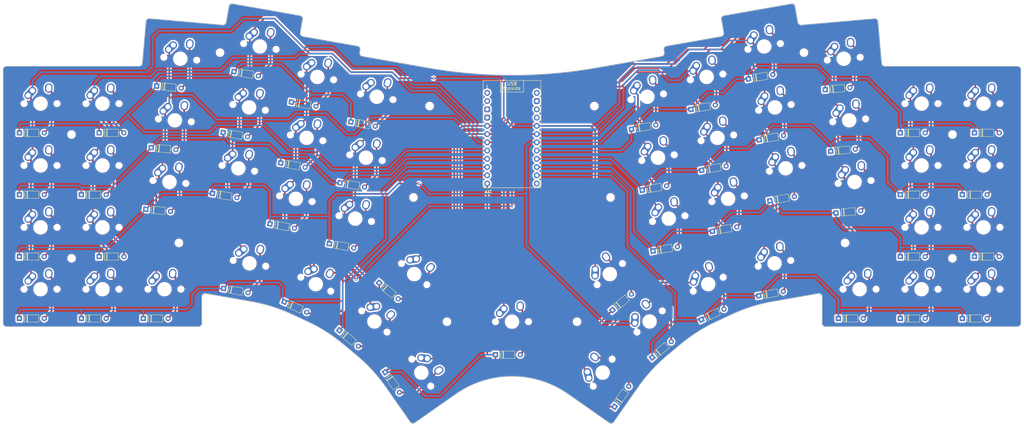
<source format=kicad_pcb>
(kicad_pcb (version 20221018) (generator pcbnew)
  (layers (0 "F.Cu" signal) (31 "B.Cu" signal) (34 "B.Paste" user) (35 "F.Paste" user) (36 "B.SilkS" user "B.Silkscreen") (37 "F.SilkS" user "F.Silkscreen") (38 "B.Mask" user) (39 "F.Mask" user) (44 "Edge.Cuts" user))
  (net 0 "")
  (net 1 "ROW0")
  (net 2 "Net-(D1-A)")
  (net 3 "Net-(D2-A)")
  (net 4 "Net-(D3-A)")
  (net 5 "Net-(D4-A)")
  (net 6 "Net-(D5-A)")
  (net 7 "ROW1")
  (net 8 "Net-(D7-A)")
  (net 9 "Net-(D8-A)")
  (net 10 "Net-(D9-A)")
  (net 11 "Net-(D10-A)")
  (net 12 "Net-(D11-A)")
  (net 13 "Net-(D12-A)")
  (net 14 "ROW2")
  (net 15 "Net-(D13-A)")
  (net 16 "Net-(D14-A)")
  (net 17 "Net-(D15-A)")
  (net 18 "Net-(D16-A)")
  (net 19 "Net-(D17-A)")
  (net 20 "Net-(D18-A)")
  (net 21 "ROW3")
  (net 22 "Net-(D19-A)")
  (net 23 "Net-(D20-A)")
  (net 24 "Net-(D21-A)")
  (net 25 "Net-(D22-A)")
  (net 26 "Net-(D23-A)")
  (net 27 "Net-(D24-A)")
  (net 28 "ROW4")
  (net 29 "Net-(D25-A)")
  (net 30 "Net-(D26-A)")
  (net 31 "Net-(D27-A)")
  (net 32 "Net-(D28-A)")
  (net 33 "Net-(D29-A)")
  (net 34 "Net-(D30-A)")
  (net 35 "ROW5")
  (net 36 "Net-(D31-A)")
  (net 37 "Net-(D32-A)")
  (net 38 "Net-(D33-A)")
  (net 39 "Net-(D34-A)")
  (net 40 "Net-(D35-A)")
  (net 41 "Net-(D36-A)")
  (net 42 "ROW6")
  (net 43 "Net-(D37-A)")
  (net 44 "Net-(D38-A)")
  (net 45 "Net-(D39-A)")
  (net 46 "Net-(D40-A)")
  (net 47 "Net-(D41-A)")
  (net 48 "Net-(D42-A)")
  (net 49 "ROW7")
  (net 50 "Net-(D43-A)")
  (net 51 "Net-(D44-A)")
  (net 52 "Net-(D45-A)")
  (net 53 "Net-(D46-A)")
  (net 54 "Net-(D47-A)")
  (net 55 "Net-(D48-A)")
  (net 56 "ROW8")
  (net 57 "Net-(D49-A)")
  (net 58 "Net-(D50-A)")
  (net 59 "Net-(D51-A)")
  (net 60 "Net-(D52-A)")
  (net 61 "Net-(D53-A)")
  (net 62 "Net-(D54-A)")
  (net 63 "COL0")
  (net 64 "COL1")
  (net 65 "COL2")
  (net 66 "COL3")
  (net 67 "COL4")
  (net 68 "COL5")
  (footprint "mx:MX-Alps-Hybrid-1U" (layer "F.Cu") (at 82.33 95.41)
    (fp_text reference "MX8" hide)
    (fp_text value "MX" hide)
  )
  (footprint "MountingHole:MountingHole_2.2mm_M2" (layer "F.Cu") (at 72.805 143.035)
    (fp_text reference "J2" hide)
    (fp_text value "Conn_01x01_Socket" hide)
  )
  (footprint "mx:MX-Alps-Hybrid-1U" (layer "F.Cu") (at 353.28 152.56)
    (fp_text reference "MX49" hide)
    (fp_text value "MX" hide)
  )
  (footprint "Diode_THT:D_DO-35_SOD27_P7.62mm_Horizontal" (layer "F.Cu") (at 306.293235 110.09483 5)
    (fp_text reference "D39" hide)
    (fp_text value "1N4148" hide)
  )
  (footprint "MountingHole:MountingHole_2.2mm_M2" (layer "F.Cu") (at 310.725912 138.293241)
    (fp_text reference "J12" hide)
    (fp_text value "Conn_01x01_Socket" hide)
  )
  (footprint "Diode_THT:D_DO-35_SOD27_P7.62mm_Horizontal" (layer "F.Cu") (at 263.304968 97.181051 10)
    (fp_text reference "D35" hide)
    (fp_text value "1N4148" hide)
  )
  (footprint "MountingHole:MountingHole_2.2mm_M2" (layer "F.Cu") (at 343.755 143.035)
    (fp_text reference "J13" hide)
    (fp_text value "Conn_01x01_Socket" hide)
  )
  (footprint "Diode_THT:D_DO-35_SOD27_P7.62mm_Horizontal" (layer "F.Cu") (at 346.78 161.56)
    (fp_text reference "D49" hide)
    (fp_text value "1N4148" hide)
  )
  (footprint "Diode_THT:D_DO-35_SOD27_P7.62mm_Horizontal" (layer "F.Cu") (at 56.78 161.56)
    (fp_text reference "D25" hide)
    (fp_text value "1N4148" hide)
  )
  (footprint "MountingHole:MountingHole_2.2mm_M2" (layer "F.Cu") (at 72.805 104.935)
    (fp_text reference "J1" hide)
    (fp_text value "Conn_01x01_Socket" hide)
  )
  (footprint "mx:MX-Alps-Hybrid-1U" (layer "F.Cu") (at 127.418365 96.571487 -10)
    (fp_text reference "MX16" hide)
    (fp_text value "MX" hide)
  )
  (footprint "Diode_THT:D_DO-35_SOD27_P7.62mm_Horizontal" (layer "F.Cu") (at 119.454281 104.306043 -10)
    (fp_text reference "D16" hide)
    (fp_text value "1N4148" hide)
  )
  (footprint "Diode_THT:D_DO-35_SOD27_P7.62mm_Horizontal" (layer "F.Cu") (at 98.976551 89.984297 -5)
    (fp_text reference "D9" hide)
    (fp_text value "1N4148" hide)
  )
  (footprint "Diode_THT:D_DO-35_SOD27_P7.62mm_Horizontal" (layer "F.Cu") (at 81.28 142.51)
    (fp_text reference "D20" hide)
    (fp_text value "1N4148" hide)
  )
  (footprint "Diode_THT:D_DO-35_SOD27_P7.62mm_Horizontal" (layer "F.Cu") (at 167.430781 150.620058 -40)
    (fp_text reference "D1" hide)
    (fp_text value "1N4148" hide)
  )
  (footprint "MountingHole:MountingHole_2.2mm_M2" (layer "F.Cu") (at 182.934357 96.163828)
    (fp_text reference "J5" hide)
    (fp_text value "Conn_01x01_Socket" hide)
  )
  (footprint "mx:MX-Alps-Hybrid-1U" (layer "F.Cu") (at 82.33 152.56)
    (fp_text reference "MX26" hide)
    (fp_text value "MX" hide)
  )
  (footprint "Diode_THT:D_DO-35_SOD27_P7.62mm_Horizontal" (layer "F.Cu") (at 158.719182 101.032878 -10)
    (fp_text reference "D12" hide)
    (fp_text value "1N4148" hide)
  )
  (footprint "PCM_marbastlib-xp-promicroish:ProMicro_USBup" (layer "F.Cu") (at 208.28 106.06)
    (fp_text reference "U1")
    (fp_text value "ProMicro")
  )
  (footprint "mx:MX-Alps-Hybrid-1U" (layer "F.Cu") (at 310.323782 81.585057 5)
    (fp_text reference "MX33" hide)
    (fp_text value "MX" hide)
  )
  (footprint "Diode_THT:D_DO-35_SOD27_P7.62mm_Horizontal" (layer "F.Cu") (at 138.229221 156.422676 -25)
    (fp_text reference "D29" hide)
    (fp_text value "1N4148" hide)
  )
  (footprint "Diode_THT:D_DO-35_SOD27_P7.62mm_Horizontal" (layer "F.Cu") (at 75.83 161.56)
    (fp_text reference "D26" hide)
    (fp_text value "1N4148" hide)
  )
  (footprint "mx:MX-Alps-Hybrid-1U" (layer "F.Cu") (at 82.33 114.46)
    (fp_text reference "MX14" hide)
    (fp_text value "MX" hide)
  )
  (footprint "mx:MX-Alps-Hybrid-1U" (layer "F.Cu") (at 268.143385 87.189068 10)
    (fp_text reference "MX35" hide)
    (fp_text value "MX" hide)
  )
  (footprint "Diode_THT:D_DO-35_SOD27_P7.62mm_Horizontal" (layer "F.Cu") (at 56.78 142.51)
    (fp_text reference "D19" hide)
    (fp_text value "1N4148" hide)
  )
  (footprint "Diode_THT:D_DO-35_SOD27_P7.62mm_Horizontal" (layer "F.Cu") (at 327.73 104.41)
    (fp_text reference "D32" hide)
    (fp_text value "1N4148" hide)
  )
  (footprint "mx:MX-Alps-Hybrid-1U" (layer "F.Cu") (at 289.141635 96.571487 10)
    (fp_text reference "MX40" hide)
    (fp_text value "MX" hide)
  )
  (footprint "mx:MX-Alps-Hybrid-1U" (layer "F.Cu") (at 101.38 152.56)
    (fp_text reference "MX27" hide)
    (fp_text value "MX" hide)
  )
  (footprint "MountingHole:MountingHole_2.2mm_M2" (layer "F.Cu") (at 238.587639 124.304709)
    (fp_text reference "J9" hide)
    (fp_text value "Conn_01x01_Socket" hide)
  )
  (footprint "mx:MX-Alps-Hybrid-1U" (layer "F.Cu") (at 353.28 114.46)
    (fp_text reference "MX37" hide)
    (fp_text value "MX" hide)
  )
  (footprint "Diode_THT:D_DO-35_SOD27_P7.62mm_Horizontal" (layer "F.Cu") (at 245.038317 103.290305 10)
    (fp_text reference "D36" hide)
    (fp_text value "1N4148" hide)
  )
  (footprint "Diode_THT:D_DO-35_SOD27_P7.62mm_Horizontal" (layer "F.Cu") (at 239.170642 158.976297 40)
    (fp_text reference "D4" hide)
    (fp_text value "1N4148" hide)
  )
  (footprint "MountingHole:MountingHole_2.2mm_M2" (layer "F.Cu") (at 233.625643 96.163828)
    (fp_text reference "J8" hide)
    (fp_text value "Conn_01x01_Socket" hide)
  )
  (footprint "mx:MX-Alps-Hybrid-1U" (layer "F.Cu") (at 249.876734 93.298322 10)
    (fp_text reference "MX36" hide)
    (fp_text value "MX" hide)
  )
  (footprint "mx:MX-Alps-Hybrid-1U" (layer "F.Cu") (at 130.726363 77.810899 -10)
    (fp_text reference "MX10" hide)
    (fp_text value "MX" hide)
  )
  (footprint "MountingHole:MountingHole_2.2mm_M2" (layer "F.Cu") (at 343.755 104.935)
    (fp_text reference "J14" hide)
    (fp_text value "Conn_01x01_Socket" hide)
  )
  (footprint "Diode_THT:D_DO-35_SOD27_P7.62mm_Horizontal" (layer "F.Cu") (at 327.73 142.51)
    (fp_text reference "D44" hide)
    (fp_text value "1N4148" hide)
  )
  (footprint "Diode_THT:D_DO-35_SOD27_P7.62mm_Horizontal" (layer "F.Cu") (at 155.411184 119.793466 -10)
    (fp_text reference "D18" hide)
    (fp_text value "1N4148" hide)
  )
  (footprint "mx:MX-Alps-Hybrid-1U" (layer "F.Cu") (at 311.984099 100.562566 5)
    (fp_text reference "MX39" hide)
    (fp_text value "MX" hide)
  )
  (footprint "Diode_THT:D_DO-35_SOD27_P7.62mm_Horizontal" (layer "F.Cu") (at 119.575386 152.320331 -10)
    (fp_text reference "D28" hide)
    (fp_text value "1N4148" hide)
  )
  (footprint "mx:MX-Alps-Hybrid-1U" (layer "F.Cu") (at 353.28 133.51)
    (fp_text reference "MX43" hide)
    (fp_text value "MX" hide)
  )
  (footprint "Diode_THT:D_DO-35_SOD27_P7.62mm_Horizontal" (layer "F.Cu") (at 251.654313 140.81148 10)
    (fp_text reference "D48" hide)
    (fp_text value "1N4148" hide)
  )
  (footprint "mx:MX-Alps-Hybrid-1U" (layer "F.Cu") (at 163.375269 112.05891 -10)
    (fp_text reference "MX18" hide)
    (fp_text value "MX" hide)
  )
  (footprint "Diode_THT:D_DO-35_SOD27_P7.62mm_Horizontal" (layer "F.Cu") (at 346.78 123.46)
    (fp_text reference "D37" hide)
    (fp_text value "1N4148" hide)
  )
  (footprint "mx:MX-Alps-Hybrid-1U" (layer "F.Cu") (at 334.23 152.56)
    (fp_text reference "MX50" hide)
    (fp_text value "MX" hide)
  )
  (footprint "mx:MX-Alps-Hybrid-1U" (layer "F.Cu") (at 148.416616 87.189068 -10)
    (fp_text reference "MX11" hide)
    (fp_text value "MX" hide)
  )
  (footprint "mx:MX-Alps-Hybrid-1U" (layer "F.Cu") (at 141.80062 124.710244 -10)
    (fp_text reference "MX23" hide)
    (fp_text value "MX" hide)
  )
  (footprint "Diode_THT:D_DO-35_SOD27_P7.62mm_Horizontal" (layer "F.Cu") (at 140.452532 94.923624 -10)
    (fp_text reference "D11" hide)
    (fp_text value "1N4148" hide)
  )
  (footprint "mx:MX-Alps-Hybrid-1U" (layer "F.Cu") (at 208.28 162.56)
    (fp_text reference "MX3" hide)
    (fp_text value "MX" hide)
  )
  (footprint "mx:MX-Alps-Hybrid-1U" (layer "F.Cu") (at 178.195158 147.903778 -40)
    (fp_text reference "MX1" hide)
    (fp_text value "MX" hide)
  )
  (footprint "mx:MX-Alps-Hybrid-1U" (layer "F.Cu") (at 274.75938 124.710244 10)
    (fp_text reference "MX47" hide)
    (fp_text value "MX" hide)
  )
  (footprint "Diode_THT:D_DO-35_SOD27_P7.62mm_Horizontal" (layer "F.Cu") (at 269.920963 134.702226 10)
    (fp_text reference "D47" hide)
    (fp_text value "1N4148" hide)
  )
  (footprint "mx:MX-Alps-Hybrid-1U" (layer "F.Cu") (at 145.108618 105.949656 -10)
    (fp_text reference "MX17" hide)
    (fp_text value "MX" hide)
  )
  (footprint "Diode_THT:D_DO-35_SOD27_P7.62mm_Horizontal" (layer "F.Cu") (at 122.762279 85.545455 -10)
    (fp_text reference "D10" hide)
    (fp_text value "1N4148" hide)
  )
  (footprint "mx:MX-Alps-Hybrid-1U" (layer "F.Cu") (at 166.683266 93.298322 -10)
    (fp_text reference "MX12" hide)
    (fp_text value "MX" hide)
  )
  (footprint "mx:MX-Alps-Hybrid-1U" (layer "F.Cu") (at 160.067271 130.819498 -10)
    (fp_text reference "MX24" hide)
    (fp_text value "MX" hide)
  )
  (footprint "mx:MX-Alps-Hybrid-1U" (layer "F.Cu") (at 289.02053 144.585775 10)
    (fp_text reference "MX52" hide)
    (fp_text value "MX" hide)
  )
  (footprint "mx:MX-Alps-Hybrid-1U" (layer "F.Cu") (at 334.23 95.41)
    (fp_text reference "MX32" hide)
    (fp_text value "MX" hide)
  )
  (footprint "Diode_THT:D_DO-35_SOD27_P7.62mm_Horizontal" (layer "F.Cu") (at 266.612965 115.941638 10)
    (fp_text reference "D41" hide)
    (fp_text value "1N4148" hide)
  )
  (footprint "mx:MX-Alps-Hybrid-1U" (layer "F.Cu") (at 268.636214 151.012925 25)
    (fp_text reference "MX53" hide)
    (fp_text value "MX" hide)
  )
  (footprint "mx:MX-Alps-Hybrid-1U" (layer "F.Cu") (at 285.833638 77.810899 10)
    (fp_text reference "MX34" hide)
    (fp_text value "MX" hide)
  )
  (footprint "Diode_THT:D_DO-35_SOD27_P7.62mm_Horizontal" (layer "F.Cu") (at 155.185677 165.213204 -40)
    (fp_text reference "D30" hide)
    (fp_text value "1N4148" hide)
  )
  (footprint "MountingHole:MountingHole_2.2mm_M2" (layer "F.Cu") (at 177.972361 124.304709)
    (fp_text reference "J6" hide)
    (fp_text value "Conn_01x01_Socket" hide)
  )
  (footprint "mx:MX-Alps-Hybrid-1U" (layer "F.Cu") (at 104.575901 100.562566 -5)
    (fp_text reference "MX15" hide)
    (fp_text value "MX" hide)
  )
  (footprint "Diode_THT:D_DO-35_SOD27_P7.62mm_Horizontal" (layer "F.Cu") (at 350.52 104.41)
    (fp_text reference "D31" hide)
    (fp_text value "1N4148" hide)
  )
  (footprint "mx:MX-Alps-Hybrid-1U" (layer "F.Cu") (at 353.28 95.41)
    (fp_text reference "MX31" hide)
    (fp_text value "MX" hide)
  )
  (footprint "Diode_THT:D_DO-35_SOD27_P7.62mm_Horizontal" (layer "F.Cu") (at 81.28 104.41)
    (fp_text reference "D8" hide)
    (fp_text value "1N4148" hide)
  )
  (footprint "Diode_THT:D_DO-35_SOD27_P7.62mm_Horizontal" (layer "F.Cu") (at 284.182113 154.577757 10)
    (fp_text reference "D52" hide)
    (fp_text value "1N4148" hide)
  )
  (footprint "mx:MX-Alps-Hybrid-1U" (layer "F.Cu") (at 236.170186 178.255157 55)
    (fp_text reference "MX5" hide)
    (fp_text value "MX" hide)
  )
  (footprint "Diode_THT:D_DO-35_SOD27_P7.62mm_Horizontal" (layer "F.Cu") (at 56.78 104.41)
    (fp_text reference "D7" hide)
    (fp_text value "1N4148" hide)
  )
  (footprint "Diode_THT:D_DO-35_SOD27_P7.62mm_Horizontal" (layer "F.Cu") (at 307.953552 129.072339 5)
    (fp_text reference "D45" hide)
    (fp_text value "1N4148" hide)
  )
  (footprint "mx:MX-Alps-Hybrid-1U" (layer "F.Cu") (at 256.49273 130.819498 10)
    (fp_text reference "MX48" hide)
    (fp_text value "MX" hide)
  )
  (footprint "Diode_THT:D_DO-35_SOD27_P7.62mm_Horizontal" (layer "F.Cu") (at 287.611216 125.324057 10)
    (fp_text reference "D46" hide)
    (fp_text value "1N4148" hide)
  )
  (footprint "Diode_THT:D_DO-35_SOD27_P7.62mm_Horizontal" (layer "F.Cu") (at 239.814307 188.741833 55)
    (fp_text reference "D5" hide)
    (fp_text value "1N4148" hide)
  )
  (footprint "mx:MX-Alps-Hybrid-1U" (layer "F.Cu") (at 334.23 114.46)
    (fp_text reference "MX38" hide)
    (fp_text value "MX" hide)
  )
  (footprint "mx:MX-Alps-Hybrid-1U" (layer "F.Cu") (at 127.539471 144.585775 -10)
    (fp_text reference "MX28" hide)
    (fp_text value "MX" hide)
  )
  (footprint "Diode_THT:D_DO-35_SOD27_P7.62mm_Horizontal" (layer "F.Cu") (at 350.52 142.51)
    (fp_text reference "D43" hide)
    (fp_text value "1N4148" hide)
  )
  (footprint "Diode_THT:D_DO-35_SOD27_P7.62mm_Horizontal" (layer "F.Cu") (at 75.83 123.46)
    (fp_text reference "D14" hide)
    (fp_text value "1N4148" hide)
  )
  (footprint "Diode_THT:D_DO-35_SOD27_P7.62mm_Horizontal" (layer "F.Cu") (at 248.346315 122.050892 10)
    (fp_text reference "D42" hide)
    (fp_text value "1N4148" hide)
  )
  (footprint "Diode_THT:D_DO-35_SOD27_P7.62mm_Horizontal" (layer "F.Cu") (at 304.632918 91.117321 5)
    (fp_text reference "D33" hide)
    (fp_text value "1N4148" hide)
  )
  (footprint "MountingHole:MountingHole_2.2mm_M2" (layer "F.Cu") (at 105.834088 138.293241)
    (fp_text reference "J4" hide)
    (fp_text value "Conn_01x01_Socket" hide)
  )
  (footprint "mx:MX-Alps-Hybrid-1U" (layer "F.Cu") (at 292.449633 115.332074 10)
    (fp_text reference "MX46" hide)
    (fp_text value "MX" hide)
  )
  (footprint "mx:MX-Alps-Hybrid-1U" (layer "F.Cu") (at 313.644416 119.540075 5)
    (fp_text reference "MX45" hide)
    (fp_text value "MX" hide)
  )
  (footprint "MountingHole:MountingHole_2.2mm_M2" (layer "F.Cu") (at 188.28 162.56)
    (fp_text reference "J7" hide)
    (fp_text value "Conn_01x01_Socket" hide)
  )
  (footprint "mx:MX-Alps-Hybrid-1U" (layer "F.Cu") (at 63.28 95.41)
    (fp_text reference "MX7" hide)
    (fp_text value "MX" hide)
  )
  (footprint "mx:MX-Alps-Hybrid-1U" (layer "F.Cu") (at 180.389815 178.255157 -55)
    (fp_text reference "MX2" hide)
    (fp_text value "MX" hide)
  )
  (footprint "Diode_THT:D_DO-35_SOD27_P7.62mm_Horizontal" (layer "F.Cu") (at 308.68 161.56)
    (fp_text reference "D51" hide)
    (fp_text value "1N4148" hide)
  )
  (footprint "Diode_THT:D_DO-35_SOD27_P7.62mm_Horizontal" (layer "F.Cu") (at 97.316234 108.961806 -5)
    (fp_text reference "D15" hide)
    (fp_text value "1N4148" hide)
  )
  (footprint "mx:MX-Alps-Hybrid-1U" (layer "F.Cu") (at 106.236218 81.585057 -5)
    (fp_text reference "MX9" hide)
    (fp_text value "MX" hide)
  )
  (footprint "mx:MX-Alps-Hybrid-1U" (layer "F.Cu") (at 238.364842 147.903778 40)
    (fp_text reference "MX4" hide)
    (fp_text value "MX" hide)
  )
  (footprint "mx:MX-Alps-Hybrid-1U" (layer "F.Cu") (at 82.33 133.51)
    (fp_text reference "MX20" hide)
    (fp_text value "MX" hide)
  )
  (footprint "MountingHole:MountingHole_2.2mm_M2" (layer "F.Cu") (at 298.07871 79.697978)
    (fp_text reference "J11" hide)
    (fp_text value "Conn_01x01_Socket" hide)
  )
  (footprint "Diode_THT:D_DO-35_SOD27_P7.62mm_Horizontal" (layer "F.Cu") (at 280.99522 87.802881 10)
    (fp_text reference "D34" hide)
    (fp_text value "1N4148" hide)
  )
  (footprint "MountingHole:MountingHole_2.2mm_M2" (layer "F.Cu") (at 118.48129 79.697978)
    (fp_text reference "J3" hide)
    (fp_text value "Conn_01x01_Socket" hide)
  )
  (footprint "Diode_THT:D_DO-35_SOD27_P7.62mm_Horizontal" (layer "F.Cu") (at 152.103187 138.554054 -10)
    (fp_text reference "D24" hide)
    (fp_text value "1N4148" hide)
  )
  (footprint "mx:MX-Alps-Hybrid-1U" (layer "F.Cu") (at 165.950054 162.496924 -40)
    (fp_text reference "MX30" hide)
    (fp_text value "MX" hide)
  )
  (footprint "mx:MX-Alps-Hybrid-1U" (layer "F.Cu") (at 253.184732 112.05891 10)
    (fp_text reference "MX42" hide)
    (fp_text value "MX" hide)
  )
  (footprint "mx:MX-Alps-Hybrid-1U" (layer "F.Cu") (at 250.609946 162.496924 40)
    (fp_text reference "MX54" hide)
    (fp_text value "MX" hide)
  )
  (footprint "mx:MX-Alps-Hybrid-1U" (layer "F.Cu") (at 271.451383 105.949656 10)
    (fp_text reference "MX41" hide)
    (fp_text value "MX" hide)
  )
  (footprint "Diode_THT:D_DO-35_SOD27_P7.62mm_Horizontal" (layer "F.Cu") (at 133.836536 132.4448 -10)
    (fp_text reference "D23" hide)
    (fp_text value "1N4148" hide)
  )
  (footprint "mx:MX-Alps-Hybrid-1U" (layer "F.Cu") (at 124.110368 115.332074 -10)
    (fp_text reference "MX22" hide)
    (fp_text value "MX" hide)
  )
  (footprint "mx:MX-Alps-Hybrid-1U" (layer "F.Cu") (at 63.28 133.51)
    (fp_text reference "MX19" hide)
    (fp_text value "MX" hide)
  )
  (footprint "Diode_THT:D_DO-35_SOD27_P7.62mm_Horizontal" (layer "F.Cu") (at 251.415746 173.569443 40)
    (fp_text reference "D54" hide)
    (fp_text value "1N4148" hide)
  )
  (footprint "mx:MX-Alps-Hybrid-1U" (layer "F.Cu") (at 147.923786 151.012925 -25)
    (fp_text reference "MX29" hide)
    (fp_text value "MX" hide)
  )
  (footprint "Diode_THT:D_DO-35_SOD27_P7.62mm_Horizontal" (layer "F.Cu") (at 284.303218 106.563469 10)
    (fp_text reference "D40" hide)
    (fp_text value "1N4148" hide)
  )
  (footprint "Diode_THT:D_DO-35_SOD27_P7.62mm_Horizontal" (layer "F.Cu") (at 327.73 161.56)
    (fp_text reference "D50" hide)
    (fp_text value "1N4148" hide)
  )
  (footprint "mx:MX-Alps-Hybrid-1U" (layer "F.Cu") (at 102.915584 119.540075 -5)
    (fp_text reference "MX21" hide)
    (fp_text value "MX" hide)
  )
  (footprint "Diode_THT:D_DO-35_SOD27_P7.62mm_Horizontal" (layer "F.Cu") (at 116.146283 123.066631 -10)
    (fp_text reference "D22" hide)
    (fp_text value "1N4148" hide)
  )
  (footprint "mx:MX-Alps-Hybrid-1U" (layer "F.Cu") (at 334.23 133.51)
    (fp_text reference "MX44" hide)
    (fp_text value "MX" hide)
  )
  (footprint "Diode_THT:D_DO-35_SOD27_P7.62mm_Horizontal" (layer "F.Cu") (at 203.2 172.72)
    (fp_text reference "D3" hide)
    (fp_text value "1N4148" hide)
  )
  (footprint "Diode_THT:D_DO-35_SOD27_P7.62mm_Horizontal" (layer "F.Cu") (at 94.88 161.56)
    (fp_text reference "D27" hide)
    (fp_text value "1N4148" hide)
  )
  (footprint "MountingHole:MountingHole_2.2mm_M2" (layer "F.Cu") (at 228.28 162.56)
    (fp_text reference "J10" hide)
    (fp_text value "Conn_01x01_Socket" hide)
  )
  (footprint "Diode_THT:D_DO-35_SOD27_P7.62mm_Horizontal" (layer "F.Cu") (at 327.73 123.46)
    (fp_text reference "D38" hide)
    (fp_text value "1N4148" hide)
  )
  (footprint "Diode_THT:D_DO-35_SOD27_P7.62mm_Horizontal" (layer "F.Cu") (at 95.655917 127.939315 -5)
    (fp_text reference "D21" hide)
    (fp_text value "1N4148" hide)
  )
  (footprint "Diode_THT:D_DO-35_SOD27_P7.62mm_Horizontal" (layer "F.Cu") (at 56.78 123.46)
    (fp_text reference "D13" hide)
    (fp_text value "1N4148" hide)
  )
  (footprint "mx:MX-Alps-Hybrid-1U" (layer "F.Cu") (at 63.28 114.46)
    (fp_text reference "MX13" hide)
    (fp_text value "MX" hide)
  )
  (footprint "mx:MX-Alps-Hybrid-1U" (layer "F.Cu") (at 315.18 152.56)
    (fp_text reference "MX51" hide)
    (fp_text value "MX" hide)
  )
  (footprint "Diode_THT:D_DO-35_SOD27_P7.62mm_Horizontal" (layer "F.Cu") (at 266.548778 161.916713 25)
    (fp_text reference "D53" hide)
    (fp_text value "1N4148" hide)
  )
  (footprint "Diode_THT:D_DO-35_SOD27_P7.62mm_Horizontal" (layer "F.Cu") (at 137.144534 113.684212 -10)
    (fp_text reference "D17" hide)
    (fp_text value "1N4148" hide)
  )
  (footprint "mx:MX-Alps-Hybrid-1U" (layer "F.Cu") (at 63.28 152.56)
    (fp_text reference "MX25" hide)
    (fp_text value "MX" hide)
  )
  (footprint "Diode_THT:D_DO-35_SOD27_P7.62mm_Horizontal" (layer "F.Cu") (at 169.289199 178.092856 -55)
    (fp_text reference "D2" hide)
    (fp_text value "1N4148" hide)
  )
  (gr_arc (start 323.010356 83.885) (mid 322.334792 83.622261) (end 322.014161 82.972156) (stroke (width 0.2)) (layer "Edge.Cuts"))
  (gr_arc (start 247.147565 182.671059) (mid 251.2413 177.57037) (end 255.965786 173.047659) (stroke (width 0.2)) (layer "Edge.Cuts"))
  (gr_arc (start 304.655 164.085) (mid 303.947893 163.792107) (end 303.655 163.085) (stroke (width 0.2)) (layer "Edge.Cuts"))
  (gr_arc (start 239.574021 193.487201) (mid 238.928522 193.898401) (end 238.181293 193.732776) (stroke (width 0.2)) (layer "Edge.Cuts"))
  (gr_line (start 162.258691 80.815358) (end 182.232773 84.337328) (stroke (width 0.2)) (layer "Edge.Cuts"))
  (gr_line (start 260.07036 169.603513) (end 255.965786 173.047659) (stroke (width 0.2)) (layer "Edge.Cuts"))
  (gr_line (start 122.362557 64.633342) (end 143.09276 68.288636) (stroke (width 0.2)) (layer "Edge.Cuts"))
  (gr_arc (start 160.594214 173.047659) (mid 165.3187 177.570371) (end 169.412435 182.671059) (stroke (width 0.2)) (layer "Edge.Cuts"))
  (gr_arc (start 112.905 163.085) (mid 112.612107 163.792107) (end 111.905 164.085) (stroke (width 0.2)) (layer "Edge.Cuts"))
  (gr_line (start 320.887612 70.095638) (end 322.014161 82.972156) (stroke (width 0.2)) (layer "Edge.Cuts"))
  (gr_arc (start 363.805 83.885) (mid 364.512107 84.177893) (end 364.805 84.885) (stroke (width 0.2)) (layer "Edge.Cuts"))
  (gr_line (start 363.805 164.085) (end 304.655 164.085) (stroke (width 0.2)) (layer "Edge.Cuts"))
  (gr_line (start 254.965828 78.825261) (end 255.112469 79.656902) (stroke (width 0.2)) (layer "Edge.Cuts"))
  (gr_line (start 161.594172 78.825261) (end 161.447531 79.656902) (stroke (width 0.2)) (layer "Edge.Cuts"))
  (gr_line (start 254.301309 80.815358) (end 234.327227 84.337328) (stroke (width 0.2)) (layer "Edge.Cuts"))
  (gr_arc (start 273.379119 73.547648) (mid 273.213466 74.294877) (end 272.56796 74.706104) (stroke (width 0.2)) (layer "Edge.Cuts"))
  (gr_arc (start 160.783012 77.666806) (mid 161.428516 78.078037) (end 161.594172 78.825261) (stroke (width 0.2)) (layer "Edge.Cuts"))
  (gr_arc (start 143.99204 74.706104) (mid 143.346536 74.294873) (end 143.180881 73.547648) (stroke (width 0.2)) (layer "Edge.Cuts"))
  (gr_arc (start 128.176544 156.4009) (mid 134.529425 157.95544) (end 140.625048 160.325898) (stroke (width 0.2)) (layer "Edge.Cuts"))
  (gr_arc (start 191.072707 184.844342) (mid 208.28 179.418903) (end 225.487293 184.844342) (stroke (width 0.2)) (layer "Edge.Cuts"))
  (gr_line (start 364.805 163.085) (end 364.805 84.885) (stroke (width 0.2)) (layer "Edge.Cuts"))
  (gr_arc (start 120.341986 70.333797) (mid 119.96594 70.953503) (end 119.270022 71.156343) (stroke (width 0.2)) (layer "Edge.Cuts"))
  (gr_arc (start 143.09276 68.288636) (mid 143.738264 68.699867) (end 143.903919 69.447092) (stroke (width 0.2)) (layer "Edge.Cuts"))
  (gr_arc (start 112.905 154.899868) (mid 113.262212 154.133823) (end 114.078648 153.91506) (stroke (width 0.2)) (layer "Edge.Cuts"))
  (gr_line (start 169.412435 182.671059) (end 176.985979 193.487201) (stroke (width 0.2)) (layer "Edge.Cuts"))
  (gr_arc (start 95.672388 70.095638) (mid 96.025795 69.416749) (end 96.755739 69.186599) (stroke (width 0.2)) (layer "Edge.Cuts"))
  (gr_line (start 120.341986 70.333797) (end 121.204101 65.444502) (stroke (width 0.2)) (layer "Edge.Cuts"))
  (gr_arc (start 51.755 84.885) (mid 52.047893 84.177893) (end 52.755 83.885) (stroke (width 0.2)) (layer "Edge.Cuts"))
  (gr_line (start 156.48964 169.603513) (end 160.594214 173.047659) (stroke (width 0.2)) (layer "Edge.Cuts"))
  (gr_arc (start 275.934952 160.325898) (mid 282.030574 157.955436) (end 288.383456 156.4009) (stroke (width 0.2)) (layer "Edge.Cuts"))
  (gr_arc (start 319.804261 69.186599) (mid 320.534195 69.416756) (end 320.887612 70.095638) (stroke (width 0.2)) (layer "Edge.Cuts"))
  (gr_line (start 52.755 164.085) (end 111.905 164.085) (stroke (width 0.2)) (layer "Edge.Cuts"))
  (gr_arc (start 294.197443 64.633342) (mid 294.944662 64.798996) (end 295.355899 65.444502) (stroke (width 0.2)) (layer "Edge.Cuts"))
  (gr_line (start 238.181293 193.732776) (end 225.487293 184.844342) (stroke (width 0.2)) (layer "Edge.Cuts"))
  (gr_line (start 296.218014 70.333797) (end 295.355899 65.444502) (stroke (width 0.2)) (layer "Edge.Cuts"))
  (gr_line (start 272.56796 74.706104) (end 255.776988 77.666806) (stroke (width 0.2)) (layer "Edge.Cuts"))
  (gr_line (start 275.934952 160.325898) (end 271.078827 162.590346) (stroke (width 0.2)) (layer "Edge.Cuts"))
  (gr_line (start 273.379119 73.547648) (end 272.656081 69.447092) (stroke (width 0.2)) (layer "Edge.Cuts"))
  (gr_arc (start 162.258691 80.815358) (mid 161.613187 80.404127) (end 161.447531 79.656902) (stroke (width 0.2)) (layer "Edge.Cuts"))
  (gr_arc (start 272.656081 69.447092) (mid 272.821715 68.699838) (end 273.46724 68.288636) (stroke (width 0.2)) (layer "Edge.Cuts"))
  (gr_line (start 143.180881 73.547648) (end 143.903919 69.447092) (stroke (width 0.2)) (layer "Edge.Cuts"))
  (gr_arc (start 145.481173 162.590346) (mid 151.21524 165.736163) (end 156.48964 169.603513) (stroke (width 0.2)) (layer "Edge.Cuts"))
  (gr_arc (start 364.805 163.085) (mid 364.512107 163.792107) (end 363.805 164.085) (stroke (width 0.2)) (layer "Edge.Cuts"))
  (gr_line (start 302.481352 153.91506) (end 288.383456 156.4009) (stroke (width 0.2)) (layer "Edge.Cuts"))
  (gr_line (start 96.755739 69.186599) (end 119.270022 71.156343) (stroke (width 0.2)) (layer "Edge.Cuts"))
  (gr_line (start 323.010356 83.885) (end 363.805 83.885) (stroke (width 0.2)) (layer "Edge.Cuts"))
  (gr_line (start 93.549644 83.885) (end 52.755 83.885) (stroke (width 0.2)) (layer "Edge.Cuts"))
  (gr_arc (start 94.545839 82.972156) (mid 94.225234 83.622278) (end 93.549644 83.885) (stroke (width 0.2)) (layer "Edge.Cuts"))
  (gr_line (start 140.625048 160.325898) (end 145.481173 162.590346) (stroke (width 0.2)) (layer "Edge.Cuts"))
  (gr_line (start 303.655 163.085) (end 303.655 154.899868) (stroke (width 0.2)) (layer "Edge.Cuts"))
  (gr_line (start 247.147565 182.671059) (end 239.574021 193.487201) (stroke (width 0.2)) (layer "Edge.Cuts"))
  (gr_arc (start 302.481352 153.91506) (mid 303.297798 154.133823) (end 303.655 154.899868) (stroke (width 0.2)) (layer "Edge.Cuts"))
  (gr_line (start 178.378707 193.732776) (end 191.072707 184.844342) (stroke (width 0.2)) (layer "Edge.Cuts"))
  (gr_arc (start 297.289978 71.156343) (mid 296.594036 70.953514) (end 296.218014 70.333797) (stroke (width 0.2)) (layer "Edge.Cuts"))
  (gr_line (start 319.804261 69.186599) (end 297.289978 71.156343) (stroke (width 0.2)) (layer "Edge.Cuts"))
  (gr_line (start 51.755 163.085) (end 51.755 84.885) (stroke (width 0.2)) (layer "Edge.Cuts"))
  (gr_arc (start 121.204101 65.444502) (mid 121.615332 64.798998) (end 122.362557 64.633342) (stroke (width 0.2)) (layer "Edge.Cuts"))
  (gr_arc (start 178.378707 193.732776) (mid 177.631483 193.898432) (end 176.985979 193.487201) (stroke (width 0.2)) (layer "Edge.Cuts"))
  (gr_arc (start 255.112469 79.656902) (mid 254.946835 80.404149) (end 254.301309 80.815358) (stroke (width 0.2)) (layer "Edge.Cuts"))
  (gr_arc (start 52.755 164.085) (mid 52.047893 163.792107) (end 51.755 163.085) (stroke (width 0.2)) (layer "Edge.Cuts"))
  (gr_line (start 143.99204 74.706104) (end 160.783012 77.666806) (stroke (width 0.2)) (layer "Edge.Cuts"))
  (gr_arc (start 260.07036 169.603513) (mid 265.344761 165.736164) (end 271.078827 162.590346) (stroke (width 0.2)) (layer "Edge.Cuts"))
  (gr_line (start 112.905 163.085) (end 112.905 154.899868) (stroke (width 0.2)) (layer "Edge.Cuts"))
  (gr_line (start 95.672388 70.095638) (end 94.545839 82.972156) (stroke (width 0.2)) (layer "Edge.Cuts"))
  (gr_line (start 114.078648 153.91506) (end 128.176544 156.4009) (stroke (width 0.2)) (layer "Edge.Cuts"))
  (gr_arc (start 234.327227 84.337328) (mid 208.28 86.616165) (end 182.232773 84.337328) (stroke (width 0.2)) (layer "Edge.Cuts"))
  (gr_line (start 294.197443 64.633342) (end 273.46724 68.288636) (stroke (width 0.2)) (layer "Edge.Cuts"))
  (gr_arc (start 254.965828 78.825261) (mid 255.131479 78.078037) (end 255.776988 77.666806) (stroke (width 0.2)) (layer "Edge.Cuts"))
  (segment (start 177.837055 163.232055) (end 177.8 163.195) (width 0.5) (layer "F.Cu") (net 1))
  (segment (start 235.098772 188.741833) (end 222.251939 175.895) (width 0.5) (layer "F.Cu") (net 1))
  (segment (start 177.837055 169.545) (end 177.837055 163.232055) (width 0.5) (layer "F.Cu") (net 1))
  (segment (start 203.2 172.72) (end 200.66 172.72) (width 0.5) (layer "F.Cu") (net 1))
  (segment (start 177.837055 169.545) (end 169.289199 178.092856) (width 0.5) (layer "F.Cu") (net 1))
  (segment (start 167.430781 152.825781) (end 177.8 163.195) (width 0.5) (layer "F.Cu") (net 1))
  (segment (start 222.251939 175.895) (end 239.170642 158.976297) (width 0.5) (layer "F.Cu") (net 1))
  (segment (start 167.430781 152.825781) (end 167.430781 150.620058) (width 0.5) (layer "F.Cu") (net 1))
  (segment (start 203.2 174.625) (end 204.47 175.895) (width 0.5) (layer "F.Cu") (net 1))
  (segment (start 239.814307 188.741833) (end 235.098772 188.741833) (width 0.5) (layer "F.Cu") (net 1))
  (segment (start 200.66 120.03) (end 200.66 172.72) (width 0.5) (layer "F.Cu") (net 1))
  (segment (start 204.47 175.895) (end 222.251939 175.895) (width 0.5) (layer "F.Cu") (net 1))
  (segment (start 203.2 172.72) (end 203.2 174.625) (width 0.5) (layer "F.Cu") (net 1))
  (segment (start 198.755 172.72) (end 186.055 185.42) (width 0.5) (layer "B.Cu") (net 1))
  (segment (start 181.61 185.42) (end 174.282856 178.092856) (width 0.5) (layer "B.Cu") (net 1))
  (segment (start 174.282856 178.092856) (end 169.289199 178.092856) (width 0.5) (layer "B.Cu") (net 1))
  (segment (start 186.055 185.42) (end 181.61 185.42) (width 0.5) (layer "B.Cu") (net 1))
  (segment (start 203.2 172.72) (end 198.755 172.72) (width 0.5) (layer "B.Cu") (net 1))
  (segment (start 183.002813 147.197187) (end 183.002813 146.063547) (width 0.5) (layer "F.Cu") (net 2))
  (segment (start 174.6819 155.5181) (end 183.002813 147.197187) (width 0.5) (layer "F.Cu") (net 2))
  (segment (start 173.26804 155.5181) (end 174.6819 155.5181) (width 0.5) (layer "F.Cu") (net 2))
  (segment (start 178.897088 184.334795) (end 185.50994 177.721943) (width 0.5) (layer "F.Cu") (net 3))
  (segment (start 173.659851 184.334795) (end 178.897088 184.334795) (width 0.5) (layer "F.Cu") (net 3))
  (segment (start 211.455 158.735) (end 210.78 158.06) (width 0.5) (layer "F.Cu") (net 4))
  (segment (start 211.455 172.085) (end 211.455 158.735) (width 0.5) (layer "F.Cu") (net 4))
  (segment (start 210.82 172.72) (end 211.455 172.085) (width 0.5) (layer "F.Cu") (net 4))
  (segment (start 245.007901 154.078255) (end 245.007901 150.470101) (width 0.5) (layer "F.Cu") (net 5))
  (segment (start 245.007901 150.470101) (end 237.387409 142.849609) (width 0.5) (layer "F.Cu") (net 5))
  (segment (start 235.221183 173.626183) (end 233.917943 173.626183) (width 0.5) (layer "F.Cu") (net 6))
  (segment (start 244.184959 178.779959) (end 241.3 175.895) (width 0.5) (layer "F.Cu") (net 6))
  (segment (start 244.184959 182.499894) (end 244.184959 178.779959) (width 0.5) (layer "F.Cu") (net 6))
  (segment (start 241.3 175.895) (end 237.49 175.895) (width 0.5) (layer "F.Cu") (net 6))
  (segment (start 237.49 175.895) (end 235.221183 173.626183) (width 0.5) (layer "F.Cu") (net 6))
  (segment (start 158.719182 101.032878) (end 158.719182 95.219182) (width 0.5) (layer "B.Cu") (net 7))
  (segment (start 56.78 104.41) (end 56.78 101.97) (width 0.5) (layer "B.Cu") (net 7))
  (segment (start 121.312734 86.995) (end 122.762279 85.545455) (width 0.5) (layer "B.Cu") (net 7))
  (segment (start 170.18 115.57) (end 153.035 115.57) (width 0.5) (layer "B.Cu") (net 7))
  (segment (start 147.32 109.855) (end 139.7 109.855) (width 0.5) (layer "B.Cu") (net 7))
  (segment (start 95.25 104.14) (end 90.035424 98.925424) (width 0.5) (layer "B.Cu") (net 7))
  (segment (start 156.21 92.71) (end 146.685 92.71) (width 0.5) (layer "B.Cu") (net 7))
  (segment (start 131.9475 102.1025) (end 117.3425 102.1025) (width 0.5) (layer "B.Cu") (net 7))
  (segment (start 122.762279 85.517721) (end 125.095 83.185) (width 0.5) (layer "B.Cu") (net 7))
  (segment (start 87.360848 101.6) (end 90.035424 98.925424) (width 0.5) (layer "B.Cu") (net 7))
  (segment (start 137.16 83.185) (end 146.685 92.71) (width 0.5) (layer "B.Cu") (net 7))
  (segment (start 57.15 101.6) (end 81.28 101.6) (width 0.5) (layer "B.Cu") (net 7))
  (segment (start 158.719182 95.219182) (end 156.21 92.71) (width 0.5) (layer "B.Cu") (net 7))
  (segment (start 117.3425 102.1025) (end 115.305 104.14) (width 0.5) (layer "B.Cu") (net 7))
  (segment (start 56.78 101.97) (end 57.15 101.6) (width 0.5) (layer "B.Cu") (net 7))
  (segment (start 200.66 109.87) (end 175.88 109.87) (width 0.5) (layer "B.Cu") (net 7))
  (segment (start 98.976551 88.348449) (end 100.33 86.995) (width 0.5) (layer "B.Cu") (net 7))
  (segment (start 81.28 101.6) (end 87.360848 101.6) (width 0.5) (layer "B.Cu") (net 7))
  (segment (start 153.035 115.57) (end 147.32 109.855) (width 0.5) (layer "B.Cu") (net 7))
  (segment (start 90.035424 98.925424) (end 98.976551 89.984297) (width 0.5) (layer "B.Cu") (net 7))
  (segment (start 144.471376 94.923624) (end 146.685 92.71) (width 0.5) (layer "B.Cu") (net 7))
  (segment (start 100.33 86.995) (end 121.312734 86.995) (width 0.5) (layer "B.Cu") (net 7))
  (segment (start 125.095 83.185) (end 137.16 83.185) (width 0.5) (layer "B.Cu") (net 7))
  (segment (start 140.452532 94.923624) (end 144.471376 94.923624) (width 0.5) (layer "B.Cu") (net 7))
  (segment (start 115.305 104.14) (end 95.25 104.14) (width 0.5) (layer "B.Cu") (net 7))
  (segment (start 139.7 109.855) (end 131.9475 102.1025) (width 0.5) (layer "B.Cu") (net 7))
  (segment (start 98.976551 89.984297) (end 98.976551 88.348449) (width 0.5) (layer "B.Cu") (net 7))
  (segment (start 81.28 101.6) (end 81.28 104.41) (width 0.5) (layer "B.Cu") (net 7))
  (segment (start 175.88 109.87) (end 170.18 115.57) (width 0.5) (layer "B.Cu") (net 7))
  (segment (start 66.675 102.135) (end 66.675 91.805) (width 0.5) (layer "F.Cu") (net 8))
  (segment (start 66.675 91.805) (end 65.78 90.91) (width 0.5) (layer "F.Cu") (net 8))
  (segment (start 64.4 104.41) (end 66.675 102.135) (width 0.5) (layer "F.Cu") (net 8))
  (segment (start 85.725 91.805) (end 84.83 90.91) (width 0.5) (layer "F.Cu") (net 9))
  (segment (start 88.9 104.41) (end 85.725 101.235) (width 0.5) (layer "F.Cu") (net 9))
  (segment (start 85.725 101.235) (end 85.725 91.805) (width 0.5) (layer "F.Cu") (net 9))
  (segment (start 106.567555 90.648424) (end 109.118906 88.097073) (width 0.5) (layer "F.Cu") (net 10))
  (segment (start 109.118906 88.097073) (end 109.118906 77.32007) (width 0.5) (layer "F.Cu") (net 10))
  (segment (start 133.985 83.150168) (end 133.985 73.828586) (width 0.5) (layer "F.Cu") (net 11))
  (segment (start 130.266514 86.868654) (end 133.985 83.150168) (width 0.5) (layer "F.Cu") (net 11))
  (segment (start 147.956767 96.246823) (end 151.765 92.43859) (width 0.5) (layer "F.Cu") (net 12))
  (segment (start 151.765 92.43859) (end 151.765 83.296502) (width 0.5) (layer "F.Cu") (net 12))
  (segment (start 169.926702 98.652792) (end 169.926702 89.300808) (width 0.5) (layer "F.Cu") (net 13))
  (segment (start 166.223417 102.356077) (end 169.926702 98.652792) (width 0.5) (layer "F.Cu") (net 13))
  (segment (start 155.411184 119.793466) (end 152.813466 119.793466) (width 0.5) (layer "B.Cu") (net 14))
  (segment (start 100.23304 106.045) (end 97.316234 108.961806) (width 0.5) (layer "B.Cu") (net 14))
  (segment (start 56.78 123.46) (end 56.78 121.02) (width 0.5) (layer "B.Cu") (net 14))
  (segment (start 133.35 107.95) (end 122.068562 107.95) (width 0.5) (layer "B.Cu") (net 14))
  (segment (start 144.78 111.76) (end 152.813466 119.793466) (width 0.5) (layer "B.Cu") (net 14))
  (segment (start 137.144534 111.76) (end 137.144534 111.744534) (width 0.5) (layer "B.Cu") (net 14))
  (segment (start 137.144534 111.744534) (end 133.35 107.95) (width 0.5) (layer "B.Cu") (net 14))
  (segment (start 118.745 106.045) (end 100.23304 106.045) (width 0.5) (layer "B.Cu") (net 14))
  (segment (start 175.895 112.395) (end 198.755 112.395) (width 0.5) (layer "B.Cu") (net 14))
  (segment (start 75.83 121.285) (end 75.83 123.46) (width 0.5) (layer "B.Cu") (net 14))
  (segment (start 158.115 117.475) (end 170.815 117.475) (width 0.5) (layer "B.Cu") (net 14))
  (segment (start 198.755 112.395) (end 198.77 112.41) (width 0.5) (layer "B.Cu") (net 14))
  (segment (start 75.83 121.285) (end 84.99304 121.285) (width 0.5) (layer "B.Cu") (net 14))
  (segment (start 198.77 112.41) (end 200.66 112.41) (width 0.5) (layer "B.Cu") (net 14))
  (segment (start 144.78 111.76) (end 137.144534 111.76) (width 0.5) (layer "B.Cu") (net 14))
  (segment (start 57.15 120.65) (end 75.195 120.65) (width 0.5) (layer "B.Cu") (net 14))
  (segment (start 155.796534 119.793466) (end 158.115 117.475) (width 0.5) (layer "B.Cu") (net 14))
  (segment (start 119.454281 105.335719) (end 118.745 106.045) (width 0.5) (layer "B.Cu") (net 14))
  (segment (start 56.78 121.02) (end 57.15 120.65) (width 0.5) (layer "B.Cu") (net 14))
  (segment (start 122.068562 107.95) (end 119.454281 105.335719) (width 0.5) (layer "B.Cu") (net 14))
  (segment (start 75.195 120.65) (end 75.83 121.285) (width 0.5) (layer "B.Cu") (net 14))
  (segment (start 170.815 117.475) (end 175.895 112.395) (width 0.5) (layer "B.Cu") (net 14))
  (segment (start 137.144534 111.76) (end 137.144534 113.684212) (width 0.5) (layer "B.Cu") (net 14))
  (segment (start 84.99304 121.285) (end 97.316234 108.961806) (width 0.5) (layer "B.Cu") (net 14))
  (segment (start 119.454281 104.306043) (end 119.454281 105.335719) (width 0.5) (layer "B.Cu") (net 14))
  (segment (start 64.4 123.46) (end 66.675 121.185) (width 0.5) (layer "F.Cu") (net 15))
  (segment (start 66.675 121.185) (end 66.675 110.855) (width 0.5) (layer "F.Cu") (net 15))
  (segment (start 66.675 110.855) (end 65.78 109.96) (width 0.5) (layer "F.Cu") (net 15))
  (segment (start 85.725 110.855) (end 84.83 109.96) (width 0.5) (layer "F.Cu") (net 16))
  (segment (start 85.725 121.185) (end 85.725 110.855) (width 0.5) (layer "F.Cu") (net 16))
  (segment (start 83.45 123.46) (end 85.725 121.185) (width 0.5) (layer "F.Cu") (net 16))
  (segment (start 107.458589 107.074582) (end 107.458589 96.297579) (width 0.5) (layer "F.Cu") (net 17))
  (segment (start 104.907238 109.625933) (end 107.458589 107.074582) (width 0.5) (layer "F.Cu") (net 17))
  (segment (start 126.958516 105.629242) (end 130.661801 101.925957) (width 0.5) (layer "F.Cu") (net 18))
  (segment (start 130.661801 101.925957) (end 130.661801 92.573973) (width 0.5) (layer "F.Cu") (net 18))
  (segment (start 148.352054 111.304126) (end 148.352054 101.952142) (width 0.5) (layer "F.Cu") (net 19))
  (segment (start 144.648769 115.007411) (end 148.352054 111.304126) (width 0.5) (layer "F.Cu") (net 19))
  (segment (start 166.618705 117.413379) (end 166.618705 108.061396) (width 0.5) (layer "F.Cu") (net 20))
  (segment (start 162.915419 121.116665) (end 166.618705 117.413379) (width 0.5) (layer "F.Cu") (net 20))
  (segment (start 81.28 139.7) (end 83.895232 139.7) (width 0.5) (layer "B.Cu") (net 21))
  (segment (start 133.836536 130.175) (end 133.836536 122.406536) (width 0.5) (layer "B.Cu") (net 21))
  (segment (start 152.103187 125.391813) (end 154.305 123.19) (width 0.5) (layer "B.Cu") (net 21))
  (segment (start 100.528601 123.066631) (end 116.146283 123.066631) (width 0.5) (layer "B.Cu") (net 21))
  (segment (start 133.836536 132.4448) (end 133.836536 130.175) (width 0.5) (layer "B.Cu") (net 21))
  (segment (start 133.836536 122.406536) (end 132.08 120.65) (width 0.5) (layer "B.Cu") (net 21))
  (segment (start 95.655917 127.939315) (end 100.528601 123.066631) (width 0.5) (layer "B.Cu") (net 21))
  (segment (start 175.88 114.95) (end 200.66 114.95) (width 0.5) (layer "B.Cu") (net 21))
  (segment (start 57.15 139.7) (end 81.28 139.7) (width 0.5) (layer "B.Cu") (net 21))
  (segment (start 152.103187 130.175) (end 152.103187 138.554054) (width 0.5) (layer "B.Cu") (net 21))
  (segment (start 154.305 123.19) (end 167.64 123.19) (width 0.5) (layer "B.Cu") (net 21))
  (segment (start 132.08 120.65) (end 116.84 120.65) (width 0.5) (layer "B.Cu") (net 21))
  (segment (start 133.836536 130.175) (end 152.103187 130.175) (width 0.5) (layer "B.Cu") (net 21))
  (segment (start 56.78 142.51) (end 56.78 140.07) (width 0.5) (layer "B.Cu") (net 21))
  (segment (start 56.78 140.07) (end 57.15 139.7) (width 0.5) (layer "B.Cu") (net 21))
  (segment (start 116.146283 121.343717) (end 116.146283 123.066631) (width 0.5) (layer "B.Cu") (net 21))
  (segment (start 81.28 139.7) (end 81.28 142.51) (width 0.5) (layer "B.Cu") (net 21))
  (segment (start 167.64 123.19) (end 175.88 114.95) (width 0.5) (layer "B.Cu") (net 21))
  (segment (start 83.895232 139.7) (end 95.655917 127.939315) (width 0.5) (layer "B.Cu") (net 21))
  (segment (start 116.84 120.65) (end 116.146283 121.343717) (width 0.5) (layer "B.Cu") (net 21))
  (segment (start 152.103187 130.175) (end 152.103187 125.391813) (width 0.5) (layer "B.Cu") (net 21))
  (segment (start 66.675 140.235) (end 66.675 129.905) (width 0.5) (layer "F.Cu") (net 22))
  (segment (start 66.675 129.905) (end 65.78 129.01) (width 0.5) (layer "F.Cu") (net 22))
  (segment (start 64.4 142.51) (end 66.675 140.235) (width 0.5) (layer "F.Cu") (net 22))
  (segment (start 85.725 136.525) (end 85.725 129.905) (width 0.5) (layer "F.Cu") (net 23))
  (segment (start 85.725 129.905) (end 84.83 129.01) (width 0.5) (layer "F.Cu") (net 23))
  (segment (start 88.9 142.51) (end 88.9 139.7) (width 0.5) (layer "F.Cu") (net 23))
  (segment (start 88.9 139.7) (end 85.725 136.525) (width 0.5) (layer "F.Cu") (net 23))
  (segment (start 103.246921 128.603442) (end 106.045 125.805363) (width 0.5) (layer "F.Cu") (net 24))
  (segment (start 106.045 125.805363) (end 106.045 115.521816) (width 0.5) (layer "F.Cu") (net 24))
  (segment (start 123.650518 124.38983) (end 127.353804 120.686544) (width 0.5) (layer "F.Cu") (net 25))
  (segment (start 127.353804 120.686544) (end 127.353804 111.33456) (width 0.5) (layer "F.Cu") (net 25))
  (segment (start 141.340771 133.767999) (end 145.044056 130.064714) (width 0.5) (layer "F.Cu") (net 26))
  (segment (start 145.044056 130.064714) (end 145.044056 120.71273) (width 0.5) (layer "F.Cu") (net 26))
  (segment (start 159.607422 139.877253) (end 163.310707 136.173968) (width 0.5) (layer "F.Cu") (net 27))
  (segment (start 163.310707 136.173968) (end 163.310707 126.821984) (width 0.5) (layer "F.Cu") (net 27))
  (segment (start 156.21 164.188881) (end 156.21 156.21) (width 0.5) (layer "B.Cu") (net 28))
  (segment (start 156.21 156.21) (end 156.21 150.495) (width 0.5) (layer "B.Cu") (net 28))
  (segment (start 155.185677 165.213204) (end 156.21 164.188881) (width 0.5) (layer "B.Cu") (net 28))
  (segment (start 169.545 123.825) (end 175.88 117.49) (width 0.5) (layer "B.Cu") (net 28))
  (segment (start 57.15 158.75) (end 76.2 158.75) (width 0.5) (layer "B.Cu") (net 28))
  (segment (start 56.78 161.56) (end 56.78 159.12) (width 0.5) (layer "B.Cu") (net 28))
  (segment (start 75.83 159.12) (end 76.2 158.75) (width 0.5) (layer "B.Cu") (net 28))
  (segment (start 136.525 150.495) (end 137.795 151.765) (width 0.5) (layer "B.Cu") (net 28))
  (segment (start 109.855 157.176713) (end 108.281713 158.75) (width 0.5) (layer "B.Cu") (net 28))
  (segment (start 94.88 159.12) (end 95.25 158.75) (width 0.5) (layer "B.Cu") (net 28))
  (segment (start 175.88 117.49) (end 200.66 117.49) (width 0.5) (layer "B.Cu") (net 28))
  (segment (start 137.795 156.21) (end 137.795 151.765) (width 0.5) (layer "B.Cu") (net 28))
  (segment (start 75.83 161.56) (end 75.83 159.12) (width 0.5) (layer "B.Cu") (net 28))
  (segment (start 156.21 150.495) (end 169.545 137.16) (width 0.5) (layer "B.Cu") (net 28))
  (segment (start 111.839669 152.320331) (end 109.855 154.305) (width 0.5) (layer "B.Cu") (net 28))
  (segment (start 169.545 137.16) (end 169.545 123.825) (width 0.5) (layer "B.Cu") (net 28))
  (segment (start 94.88 161.56) (end 94.88 159.12) (width 0.5) (layer "B.Cu") (net 28))
  (segment (start 76.2 158.75) (end 95.25 158.75) (width 0.5) (layer "B.Cu") (net 28))
  (segment (start 121.400717 150.495) (end 119.575386 152.320331) (width 0.5) (layer "B.Cu") (net 28))
  (segment (start 119.575386 152.320331) (end 111.839669 152.320331) (width 0.5) (layer "B.Cu") (net 28))
  (segment (start 138.43 156.21) (end 156.21 156.21) (width 0.5) (layer "B.Cu") (net 28))
  (segment (start 108.281713 158.75) (end 95.25 158.75) (width 0.5) (layer "B.Cu") (net 28))
  (segment (start 109.855 154.305) (end 109.855 157.176713) (width 0.5) (layer "B.Cu") (net 28))
  (segment (start 56.78 159.12) (end 57.15 158.75) (width 0.5) (layer "B.Cu") (net 28))
  (segment (start 136.525 150.495) (end 121.400717 150.495) (width 0.5) (layer "B.Cu") (net 28))
  (segment (start 64.4 161.56) (end 66.675 159.285) (width 0.5) (layer "F.Cu") (net 29))
  (segment (start 66.675 159.285) (end 66.675 148.955) (width 0.5) (layer "F.Cu") (net 29))
  (segment (start 66.675 148.955) (end 65.78 148.06) (width 0.5) (layer "F.Cu") (net 29))
  (segment (start 85.725 159.285) (end 85.725 148.955) (width 0.5) (layer "F.Cu") (net 30))
  (segment (start 85.725 148.955) (end 84.83 148.06) (width 0.5) (layer "F.Cu") (net 30))
  (segment (start 83.45 161.56) (end 85.725 159.285) (width 0.5) (layer "F.Cu") (net 30))
  (segment (start 102.5 161.56) (end 104.775 159.285) (width 0.5) (layer "F.Cu") (net 31))
  (segment (start 104.775 148.955) (end 103.88 148.06) (width 0.5) (layer "F.Cu") (net 31))
  (segment (start 104.775 159.285) (end 104.775 148.955) (width 0.5) (layer "F.Cu") (net 31))
  (segment (start 130.782907 149.940244) (end 130.782907 140.588261) (width 0.5) (layer "F.Cu") (net 32))
  (segment (start 127.079621 153.64353) (end 130.782907 149.940244) (width 0.5) (layer "F.Cu") (net 32))
  (segment (start 155.102332 147.482332) (end 156.21 148.59) (width 0.5) (layer "F.Cu") (net 33))
  (segment (start 154.94 160.02) (end 145.415 160.02) (width 0.5) (layer "F.Cu") (net 33))
  (segment (start 156.21 148.59) (end 156.21 158.75) (width 0.5) (layer "F.Cu") (net 33))
  (segment (start 154.94 160.02) (end 156.21 158.75) (width 0.5) (layer "F.Cu") (net 33))
  (segment (start 152.372709 147.482332) (end 155.102332 147.482332) (width 0.5) (layer "F.Cu") (net 33))
  (segment (start 170.757709 160.656693) (end 170.757709 161.982291) (width 0.5) (layer "F.Cu") (net 34))
  (segment (start 170.757709 161.982291) (end 162.628754 170.111246) (width 0.5) (layer "F.Cu") (net 34))
  (segment (start 162.628754 170.111246) (end 161.022936 170.111246) (width 0.5) (layer "F.Cu") (net 34))
  (segment (start 302.26 83.82) (end 283.21 83.82) (width 0.5) (layer "B.Cu") (net 35))
  (segment (start 350.52 104.41) (end 350.52 102.87) (width 0.5) (layer "B.Cu") (net 35))
  (segment (start 263.304968 97.181051) (end 251.147571 97.181051) (width 0.5) (layer "B.Cu") (net 35))
  (segment (start 251.147571 97.181051) (end 245.038317 103.290305) (width 0.5) (layer "B.Cu") (net 35))
  (segment (start 304.632918 89.067082) (end 304.632918 91.117321) (width 0.5) (layer "B.Cu") (net 35))
  (segment (start 273.05 92.075) (end 268.411019 92.075) (width 0.5) (layer "B.Cu") (net 35))
  (segment (start 327.73 97.86) (end 317.5 87.63) (width 0.5) (layer "B.Cu") (net 35))
  (segment (start 241.92 109.87) (end 215.9 109.87) (width 0.5) (layer "B.Cu") (net 35))
  (segment (start 277.322119 87.802881) (end 273.05 92.075) (width 0.5) (layer "B.Cu") (net 35))
  (segment (start 245.038317 103.290305) (end 245.038317 106.751683) (width 0.5) (layer "B.Cu") (net 35))
  (segment (start 283.21 83.82) (end 280.99522 86.03478) (width 0.5) (layer "B.Cu") (net 35))
  (segment (start 306.07 87.63) (end 304.632918 89.067082) (width 0.5) (layer "B.Cu") (net 35))
  (segment (start 268.411019 92.075) (end 263.304968 97.181051) (width 0.5) (layer "B.Cu") (net 35))
  (segment (start 350.52 102.87) (end 349.25 101.6) (width 0.5) (layer "B.Cu") (net 35))
  (segment (start 327.73 102.8) (end 327.73 104.41) (width 0.5) (layer "B.Cu") (net 35))
  (segment (start 349.25 101.6) (end 328.93 101.6) (width 0.5) (layer "B.Cu") (net 35))
  (segment (start 280.99522 87.802881) (end 277.322119 87.802881) (width 0.5) (layer "B.Cu") (net 35))
  (segment (start 328.93 101.6) (end 327.73 102.8) (width 0.5) (layer "B.Cu") (net 35))
  (segment (start 317.5 87.63) (end 306.07 87.63) (width 0.5) (layer "B.Cu") (net 35))
  (segment (start 327.73 102.8) (end 327.73 97.86) (width 0.5) (layer "B.Cu") (net 35))
  (segment (start 245.038317 106.751683) (end 241.92 109.87) (width 0.5) (layer "B.Cu") (net 35))
  (segment (start 306.07 87.63) (end 302.26 83.82) (width 0.5) (layer "B.Cu") (net 35))
  (segment (start 280.99522 86.03478) (end 280.99522 87.802881) (width 0.5) (layer "B.Cu") (net 35))
  (segment (start 358.14 104.41) (end 356.235 102.505) (width 0.5) (layer "F.Cu") (net 36))
  (segment (start 356.235 102.505) (end 356.235 91.365) (width 0.5) (layer "F.Cu") (net 36))
  (segment (start 335.35 104.41) (end 337.185 102.575) (width 0.5) (layer "F.Cu") (net 37))
  (segment (start 337.185 102.575) (end 337.185 91.365) (width 0.5) (layer "F.Cu") (net 37))
  (segment (start 313.69 78.152224) (end 312.422068 76.884292) (width 0.5) (layer "F.Cu") (net 38))
  (segment (start 313.69 88.987116) (end 313.69 78.152224) (width 0.5) (layer "F.Cu") (net 38))
  (segment (start 312.223922 90.453194) (end 313.69 88.987116) (width 0.5) (layer "F.Cu") (net 38))
  (segment (start 288.925 74.355903) (end 287.514241 72.945144) (width 0.5) (layer "F.Cu") (net 39))
  (segment (start 288.925 85.725) (end 288.925 74.355903) (width 0.5) (layer "F.Cu") (net 39))
  (segment (start 288.499455 86.150545) (end 288.925 85.725) (width 0.5) (layer "F.Cu") (net 39))
  (segment (start 271.145 83.644325) (end 269.823988 82.323313) (width 0.5) (layer "F.Cu") (net 40))
  (segment (start 271.145 95.25) (end 271.145 83.644325) (width 0.5) (layer "F.Cu") (net 40))
  (segment (start 270.809203 95.585797) (end 271.145 95.25) (width 0.5) (layer "F.Cu") (net 40))
  (segment (start 252.542552 89.417782) (end 251.557337 88.432567) (width 0.5) (layer "F.Cu") (net 41))
  (segment (start 252.542552 101.967106) (end 252.542552 89.417782) (width 0.5) (layer "F.Cu") (net 41))
  (segment (start 273.334603 109.22) (end 280.67 109.22) (width 0.5) (layer "B.Cu") (net 42))
  (segment (start 330.54 120.65) (end 327.73 123.46) (width 0.5) (layer "B.Cu") (net 42))
  (segment (start 346.78 121.99) (end 345.44 120.65) (width 0.5) (layer "B.Cu") (net 42))
  (segment (start 323.85 119.58) (end 323.85 111.76) (width 0.5) (layer "B.Cu") (net 42))
  (segment (start 306.293235 108.173235) (end 306.293235 110.09483) (width 0.5) (layer "B.Cu") (net 42))
  (segment (start 318.135 106.045) (end 308.42147 106.045) (width 0.5) (layer "B.Cu") (net 42))
  (segment (start 248.346315 122.050892) (end 254.455569 115.941638) (width 0.5) (layer "B.Cu") (net 42))
  (segment (start 254.455569 115.941638) (end 266.612965 115.941638) (width 0.5) (layer "B.Cu") (net 42))
  (segment (start 327.73 123.46) (end 323.85 119.58) (width 0.5) (layer "B.Cu") (net 42))
  (segment (start 346.78 123.46) (end 346.78 121.99) (width 0.5) (layer "B.Cu") (net 42))
  (segment (start 284.303218 106.221782) (end 288.29 102.235) (width 0.5) (layer "B.Cu") (net 42))
  (segment (start 266.612965 115.941638) (end 273.334603 109.22) (width 0.5) (layer "B.Cu") (net 42))
  (segment (start 308.42147 106.045) (end 306.293235 108.173235) (width 0.5) (layer "B.Cu") (net 42))
  (segment (start 283.326531 106.563469) (end 284.303218 106.563469) (width 0.5) (layer "B.Cu") (net 42))
  (segment (start 215.9 112.41) (end 238.705423 112.41) (width 0.5) (layer "B.Cu") (net 42))
  (segment (start 238.705423 112.41) (end 248.346315 122.050892) (width 0.5) (layer "B.Cu") (net 42))
  (segment (start 288.29 102.235) (end 300.355 102.235) (width 0.5) (layer "B.Cu") (net 42))
  (segment (start 280.67 109.22) (end 283.326531 106.563469) (width 0.5) (layer "B.Cu") (net 42))
  (segment (start 345.44 120.65) (end 330.54 120.65) (width 0.5) (layer "B.Cu") (net 42))
  (segment (start 300.355 102.235) (end 306.293235 108.173235) (width 0.5) (layer "B.Cu") (net 42))
  (segment (start 323.85 111.76) (end 318.135 106.045) (width 0.5) (layer "B.Cu") (net 42))
  (segment (start 354.4 123.46) (end 356.235 121.625) (width 0.5) (layer "F.Cu") (net 43))
  (segment (start 356.235 121.625) (end 356.235 110.415) (width 0.5) (layer "F.Cu") (net 43))
  (segment (start 335.35 123.46) (end 337.185 121.625) (width 0.5) (layer "F.Cu") (net 44))
  (segment (start 337.185 121.625) (end 337.185 110.415) (width 0.5) (layer "F.Cu") (net 44))
  (segment (start 314.96 108.354942) (end 314.96 96.739416) (width 0.5) (layer "F.Cu") (net 45))
  (segment (start 313.884239 109.430703) (end 314.96 108.354942) (width 0.5) (layer "F.Cu") (net 45))
  (segment (start 314.96 96.739416) (end 314.082385 95.861801) (width 0.5) (layer "F.Cu") (net 45))
  (segment (start 291.807453 105.067547) (end 292.1 104.775) (width 0.5) (layer "F.Cu") (net 46))
  (segment (start 292.1 92.983494) (end 290.822238 91.705732) (width 0.5) (layer "F.Cu") (net 46))
  (segment (start 292.1 104.775) (end 292.1 92.983494) (width 0.5) (layer "F.Cu") (net 46))
  (segment (start 274.32 102.271915) (end 273.131986 101.083901) (width 0.5) (layer "F.Cu") (net 47))
  (segment (start 274.32 114.3) (end 274.32 102.271915) (width 0.5) (layer "F.Cu") (net 47))
  (segment (start 256.54 120.015) (end 256.54 108.86782) (width 0.5) (layer "F.Cu") (net 48))
  (segment (start 255.85055 120.70445) (end 256.54 120.015) (width 0.5) (layer "F.Cu") (net 48))
  (segment (start 256.54 108.86782) (end 254.865335 107.193155) (width 0.5) (layer "F.Cu") (net 48))
  (segment (start 287.611216 125.773784) (end 284.48 128.905) (width 0.5) (layer "B.Cu") (net 49))
  (segment (start 284.48 128.905) (end 275.71819 128.905) (width 0.5) (layer "B.Cu") (net 49))
  (segment (start 325.12 133.985) (end 327.73 136.595) (width 0.5) (layer "B.Cu") (net 49))
  (segment (start 245.745 134.62) (end 251.654313 140.529313) (width 0.5) (layer "B.Cu") (net 49))
  (segment (start 257.763567 134.702226) (end 251.654313 140.81148) (width 0.5) (layer "B.Cu") (net 49))
  (segment (start 215.9 114.95) (end 238.745 114.95) (width 0.5) (layer "B.Cu") (net 49))
  (segment (start 327.73 139.7) (end 327.73 142.51) (width 0.5) (layer "B.Cu") (net 49))
  (segment (start 310.515 133.985) (end 325.12 133.985) (width 0.5) (layer "B.Cu") (net 49))
  (segment (start 350.52 142.51) (end 350.52 140.97) (width 0.5) (layer "B.Cu") (net 49))
  (segment (start 238.745 114.95) (end 238.76 114.935) (width 0.5) (layer "B.Cu") (net 49))
  (segment (start 307.953552 129.072339) (end 307.953552 131.423552) (width 0.5) (layer "B.Cu") (net 49))
  (segment (start 327.73 136.595) (end 327.73 139.7) (width 0.5) (layer "B.Cu") (net 49))
  (segment (start 245.745 121.92) (end 245.745 134.62) (width 0.5) (layer "B.Cu") (net 49))
  (segment (start 350.52 140.97) (end 349.25 139.7) (width 0.5) (layer "B.Cu") (net 49))
  (segment (start 269.920963 134.702226) (end 257.763567 134.702226) (width 0.5) (layer "B.Cu") (net 49))
  (segment (start 349.25 139.7) (end 327.73 139.7) (width 0.5) (layer "B.Cu") (net 49))
  (segment (start 275.71819 128.905) (end 269.920963 134.702226) (width 0.5) (layer "B.Cu") (net 49))
  (segment (start 307.953552 131.423552) (end 310.515 133.985) (width 0.5) (layer "B.Cu") (net 49))
  (segment (start 307.953552 129.072339) (end 291.359498 129.072339) (width 0.5) (layer "B.Cu") (net 49))
  (segment (start 291.359498 129.072339) (end 287.611216 125.324057) (width 0.5) (layer "B.Cu") (net 49))
  (segment (start 238.76 114.935) (end 245.745 121.92) (width 0.5) (layer "B.Cu") (net 49))
  (segment (start 356.235 140.605) (end 356.235 129.465) (width 0.5) (layer "F.Cu") (net 50))
  (segment (start 358.14 142.51) (end 356.235 140.605) (width 0.5) (layer "F.Cu") (net 50))
  (segment (start 335.35 142.51) (end 337.185 140.675) (width 0.5) (layer "F.Cu") (net 51))
  (segment (start 337.185 140.675) (end 337.185 129.465) (width 0.5) (layer "F.Cu") (net 51))
  (segment (start 316.865 127.087768) (end 316.865 115.961608) (width 0.5) (layer "F.Cu") (net 52))
  (segment (start 315.544556 128.408212) (end 316.865 127.087768) (width 0.5) (layer "F.Cu") (net 52))
  (segment (start 316.865 115.961608) (end 315.742702 114.83931) (width 0.5) (layer "F.Cu") (net 52))
  (segment (start 295.115451 111.451534) (end 294.130236 110.466319) (width 0.5) (layer "F.Cu") (net 53))
  (segment (start 295.115451 124.000858) (end 295.115451 111.451534) (width 0.5) (layer "F.Cu") (net 53))
  (segment (start 278.13 121.534506) (end 276.439983 119.844489) (width 0.5) (layer "F.Cu") (net 54))
  (segment (start 278.13 132.715) (end 278.13 121.534506) (width 0.5) (layer "F.Cu") (net 54))
  (segment (start 277.465973 133.379027) (end 278.13 132.715) (width 0.5) (layer "F.Cu") (net 54))
  (segment (start 259.715 127.49541) (end 258.173333 125.953743) (width 0.5) (layer "F.Cu") (net 55))
  (segment (start 259.715 138.43) (end 259.715 127.49541) (width 0.5) (layer "F.Cu") (net 55))
  (segment (start 259.158548 138.986452) (end 259.715 138.43) (width 0.5) (layer "F.Cu") (net 55))
  (segment (start 301.625 148.59) (end 308.68 155.645) (width 0.5) (layer "B.Cu") (net 56))
  (segment (start 308.68 158.75) (end 327.025 158.75) (width 0.5) (layer "B.Cu") (net 56))
  (segment (start 327.73 159.455) (end 327.025 158.75) (width 0.5) (layer "B.Cu") (net 56))
  (segment (start 301.625 148.59) (end 290.16987 148.59) (width 0.5) (layer "B.Cu") (net 56))
  (segment (start 238.775 117.49) (end 243.768532 122.483532) (width 0.5) (layer "B.Cu") (net 56))
  (segment (start 346.78 159.455) (end 346.075 158.75) (width 0.5) (layer "B.Cu") (net 56))
  (segment (start 243.768532 122.483532) (end 243.768532 139.136468) (width 0.5) (layer "B.Cu") (net 56))
  (segment (start 308.68 161.56) (end 308.68 158.75) (width 0.5) (layer "B.Cu") (net 56))
  (segment (start 266.548778 161.916713) (end 258.453287 161.916713) (width 0.5) (layer "B.Cu") (net 56))
  (segment (start 327.73 161.56) (end 327.73 159.455) (width 0.5) (layer "B.Cu") (net 56))
  (segment (start 273.887734 154.577757) (end 266.548778 161.916713) (width 0.5) (layer "B.Cu") (net 56))
  (segment (start 290.16987 148.59) (end 284.182113 154.577757) (width 0.5) (layer "B.Cu") (net 56))
  (segment (start 346.075 158.75) (end 327.025 158.75) (width 0.5) (layer "B.Cu") (net 56))
  (segment (start 215.9 117.49) (end 238.775 117.49) (width 0.5) (layer "B.Cu") (net 56))
  (segment (start 346.78 161.56) (end 346.78 159.455) (width 0.5) (layer "B.Cu") (net 56))
  (segment (start 243.768532 139.136468) (end 258.453287 153.821223) (width 0.5) (layer "B.Cu") (net 56))
  (segment (start 258.453287 161.916713) (end 251.415746 168.954254) (width 0.5) (layer "B.Cu") (net 56))
  (segment (start 284.182113 154.577757) (end 273.887734 154.577757) (width 0.5) (layer "B.Cu") (net 56))
  (segment (start 258.453287 153.821223) (end 258.453287 161.916713) (width 0.5) (layer "B.Cu") (net 56))
  (segment (start 308.68 158.75) (end 308.68 155.645) (width 0.5) (layer "B.Cu") (net 56))
  (segment (start 251.415746 168.954254) (end 251.415746 173.569443) (width 0.5) (layer "B.Cu") (net 56))
  (segment (start 354.4 161.56) (end 356.235 159.725) (width 0.5) (layer "F.Cu") (net 57))
  (segment (start 356.235 159.725) (end 356.235 148.515) (width 0.5) (layer "F.Cu") (net 57))
  (segment (start 337.185 159.725) (end 337.185 148.515) (width 0.5) (layer "F.Cu") (net 58))
  (segment (start 335.35 161.56) (end 337.185 159.725) (width 0.5) (layer "F.Cu") (net 58))
  (segment (start 316.3 161.56) (end 318.135 159.725) (width 0.5) (layer "F.Cu") (net 59))
  (segment (start 318.135 159.725) (end 318.135 148.515) (width 0.5) (layer "F.Cu") (net 59))
  (segment (start 291.686348 152.813652) (end 292.1 152.4) (width 0.5) (layer "F.Cu") (net 60))
  (segment (start 292.1 152.4) (end 292.1 141.118887) (width 0.5) (layer "F.Cu") (net 60))
  (segment (start 292.1 141.118887) (end 290.701133 139.72002) (width 0.5) (layer "F.Cu") (net 60))
  (segment (start 273.454843 158.696362) (end 273.454843 151.534843) (width 0.5) (layer "F.Cu") (net 61))
  (segment (start 269.000201 147.080201) (end 269.000201 145.877994) (width 0.5) (layer "F.Cu") (net 61))
  (segment (start 273.454843 151.534843) (end 269.000201 147.080201) (width 0.5) (layer "F.Cu") (net 61))
  (segment (start 255.27 156.21) (end 250.865268 156.21) (width 0.5) (layer "F.Cu") (net 62))
  (segment (start 250.865268 156.21) (end 249.632513 157.442755) (width 0.5) (layer "F.Cu") (net 62))
  (segment (start 257.253005 168.671401) (end 257.253005 158.193005) (width 0.5) (layer "F.Cu") (net 62))
  (segment (start 257.253005 158.193005) (end 255.27 156.21) (width 0.5) (layer "F.Cu") (net 62))
  (segment (start 350.78 110.46) (end 353.06 108.18) (width 0.5) (layer "F.Cu") (net 63))
  (segment (start 350.78 117.1) (end 349.885 116.205) (width 0.5) (layer "F.Cu") (net 63))
  (segment (start 353.06 140.335) (end 349.885 137.16) (width 0.5) (layer "F.Cu") (net 63))
  (segment (start 349.885 116.205) (end 349.885 112.335) (width 0.5) (layer "F.Cu") (net 63))
  (segment (start 60.325 117.475) (end 60.325 112.775) (width 0.5) (layer "F.Cu") (net 63))
  (segment (start 245.11 83.185) (end 255.905 83.185) (width 0.5) (layer "F.Cu") (net 63))
  (segment (start 266.7 77.47) (end 267.97 76.2) (width 0.5) (layer "F.Cu") (net 63))
  (segment (start 353.06 102.235) (end 349.885 99.06) (width 0.5) (layer "F.Cu") (net 63))
  (segment (start 290.195 67.945) (end 295.275 73.025) (width 0.5) (layer "F.Cu") (net 63))
  (segment (start 200.66 102.25) (end 193.025 102.25) (width 0.5) (layer "F.Cu") (net 63))
  (segment (start 321.945 85.725) (end 348.615 85.725) (width 0.5) (layer "F.Cu") (net 63))
  (segment (start 280.67 67.945) (end 290.195 67.945) (width 0.5) (layer "F.Cu") (net 63))
  (segment (start 193.025 102.25) (end 190.5 104.775) (width 0.5) (layer "F.Cu") (net 63))
  (segment (start 60.325 146.23) (end 60.325 149.165) (width 0.5) (layer "F.Cu") (net 63))
  (segment (start 353.06 108.18) (end 353.06 102.235) (width 0.5) (layer "F.Cu") (net 63))
  (segment (start 353.06 146.28) (end 353.06 140.335) (width 0.5) (layer "F.Cu") (net 63))
  (segment (start 350.78 129.51) (end 350.78 117.1) (width 0.5) (layer "F.Cu") (net 63))
  (segment (start 203.185 102.25) (end 205.74 99.695) (width 0.5) (layer "F.Cu") (net 63))
  (segment (start 267.97 76.2) (end 272.415 76.2) (width 0.5) (layer "F.Cu") (net 63))
  (segment (start 295.275 73.025) (end 301.625 73.025) (width 0.5) (layer "F.Cu") (net 63))
  (segment (start 60.78 110.46) (end 60.78 97.61) (width 0.5) (layer "F.Cu") (net 63))
  (segment (start 272.415 76.2) (end 280.67 67.945) (width 0.5) (layer "F.Cu") (net 63))
  (segment (start 205.74 88.9) (end 207.01 87.63) (width 0.5) (layer "F.Cu") (net 63))
  (segment (start 318.77 71.755) (end 320.04 73.025) (width 0.5) (layer "F.Cu") (net 63))
  (segment (start 59.47 130.97) (end 60.325 131.825) (width 0.5) (layer "F.Cu") (net 63))
  (segment (start 60.325 131.825) (end 60.325 146.23) (width 0.5) (layer "F.Cu") (net 63))
  (segment (start 59.47 130.97) (end 60.325 130.115) (width 0.5) (layer "F.Cu") (net 63))
  (segment (start 349.885 99.06) (end 349.885 93.285) (width 0.5) (layer "F.Cu") (net 63))
  (segment (start 261.62 77.47) (end 266.7 77.47) (width 0.5) (layer "F.Cu") (net 63))
  (segment (start 301.625 73.025) (end 302.895 71.755) (width 0.5) (layer "F.Cu") (net 63))
  (segment (start 200.66 102.25) (end 203.185 102.25) (width 0.5) (layer "F.Cu") (net 63))
  (segment (start 255.905 83.185) (end 261.62 77.47) (width 0.5) (layer "F.Cu") (net 63))
  (segment (start 60.325 93.725) (end 59.47 92.87) (width 0.5) (layer "F.Cu") (net 63))
  (segment (start 320.04 83.82) (end 321.945 85.725) (width 0.5) (layer "F.Cu") (net 63))
  (segment (start 350.78 148.56) (end 353.06 146.28) (width 0.5) (layer "F.Cu") (net 63))
  (segment (start 350.78 87.89) (end 350.78 91.41) (width 0.5) (layer "F.Cu") (net 63))
  (segment (start 320.04 73.025) (end 320.04 83.82) (width 0.5) (layer "F.Cu") (net 63))
  (segment (start 60.78 97.61) (end 60.325 97.155) (width 0.5) (layer "F.Cu") (net 63))
  (segment (start 190.5 104.775) (end 190.5 131.583828) (width 0.5) (layer "F.Cu") (net 63))
  (segment (start 205.74 99.695) (end 205.74 88.9) (width 0.5) (layer "F.Cu") (net 63))
  (segment (start 207.01 87.63) (end 240.665 87.63) (width 0.5) (layer "F.Cu") (net 63))
  (segment (start 302.895 71.755) (end 318.77 71.755) (width 0.5) (layer "F.Cu") (net 63))
  (segment (start 190.5 131.583828) (end 178.851197 143.232631) (width 0.5) (layer "F.Cu") (net 63))
  (segment (start 60.325 130.115) (end 60.325 117.475) (width 0.5) (layer "F.Cu") (net 63))
  (segment (start 348.615 85.725) (end 350.78 87.89) (width 0.5) (layer "F.Cu") (net 63))
  (segment (start 60.325 149.165) (end 59.47 150.02) (width 0.5) (layer "F.Cu") (net 63))
  (segment (start 349.885 137.16) (end 349.885 131.385) (width 0.5) (layer "F.Cu") (net 63))
  (segment (start 240.665 87.63) (end 245.11 83.185) (width 0.5) (layer "F.Cu") (net 63))
  (segment (start 60.325 112.775) (end 59.47 111.92) (width 0.5) (layer "F.Cu") (net 63))
  (segment (start 60.325 97.155) (end 60.325 93.725) (width 0.5) (layer "F.Cu") (net 63))
  (segment (start 99.695 73.025) (end 121.92 73.025) (width 0.5) (layer "B.Cu") (net 63))
  (segment (start 97.79 74.93) (end 99.695 73.025) (width 0.5) (layer "B.Cu") (net 63))
  (segment (start 121.92 73.025) (end 125.73 69.215) (width 0.5) (layer "B.Cu") (net 63))
  (segment (start 97.79 83.82) (end 97.79 74.93) (width 0.5) (layer "B.Cu") (net 63))
  (segment (start 153.035 78.105) (end 159.385 84.455) (width 0.5) (layer "B.Cu") (net 63))
  (segment (start 135.277133 69.215) (end 141.605 75.542867) (width 0.5) (layer "B.Cu") (net 63))
  (segment (start 63.5 85.725) (end 95.885 85.725) (width 0.5) (layer "B.Cu") (net 63))
  (segment (start 60.78 91.41) (end 60.78 88.445) (width 0.5) (layer "B.Cu") (net 63))
  (segment (start 198.135 102.25) (end 200.66 102.25) (width 0.5) (layer "B.Cu") (net 63))
  (segment (start 60.78 88.445) (end 63.5 85.725) (width 0.5) (layer "B.Cu") (net 63))
  (segment (start 159.385 84.455) (end 172.72 84.455) (width 0.5) (layer "B.Cu") (net 63))
  (segment (start 141.605 75.542867) (end 141.605 75.565) (width 0.5) (layer "B.Cu") (net 63))
  (segment (start 185.42 89.535) (end 198.135 102.25) (width 0.5) (layer "B.Cu") (net 63))
  (segment (start 172.72 84.455) (end 177.8 89.535) (width 0.5) (layer "B.Cu") (net 63))
  (segment (start 95.885 85.725) (end 97.79 83.82) (width 0.5) (layer "B.Cu") (net 63))
  (segment (start 144.145 78.105) (end 153.035 78.105) (width 0.5) (layer "B.Cu") (net 63))
  (segment (start 141.605 75.565) (end 144.145 78.105) (width 0.5) (layer "B.Cu") (net 63))
  (segment (start 125.73 69.215) (end 135.277133 69.215) (width 0.5) (layer "B.Cu") (net 63))
  (segment (start 177.8 89.535) (end 185.42 89.535) (width 0.5) (layer "B.Cu") (net 63))
  (segment (start 79.375 131.825) (end 78.52 130.97) (width 0.5) (layer "F.Cu") (net 64))
  (segment (start 83.82 140.335) (end 79.375 135.89) (width 0.5) (layer "F.Cu") (net 64))
  (segment (start 317.5 73.025) (end 303.53 73.025) (width 0.5) (layer "F.Cu") (net 64))
  (segment (start 318.77 74.295) (end 317.5 73.025) (width 0.5) (layer "F.Cu") (net 64))
  (segment (start 207.01 100.965) (end 203.185 104.79) (width 0.5) (layer "F.Cu") (net 64))
  (segment (start 331.73 128.53) (end 330.835 127.635) (width 0.5) (layer "F.Cu") (net 64))
  (segment (start 302.26 74.295) (end 294.64 74.295) (width 0.5) (layer "F.Cu") (net 64))
  (segment (start 331.73 88.525) (end 330.2 86.995) (width 0.5) (layer "F.Cu") (net 64))
  (segment (start 79.375 97.79) (end 79.375 93.725) (width 0.5) (layer "F.Cu") (net 64))
  (segment (start 83.82 106.47) (end 83.82 102.235) (width 0.5) (layer "F.Cu") (net 64))
  (segment (start 273.05 77.47) (end 268.605 77.47) (width 0.5) (layer "F.Cu") (net 64))
  (segment (start 79.375 93.725) (end 78.52 92.87) (width 0.5) (layer "F.Cu") (net 64))
  (segment (start 207.01 89.535) (end 207.01 100.965) (width 0.5) (layer "F.Cu") (net 64))
  (segment (start 78.52 111.92) (end 79.375 112.775) (width 0.5) (layer "F.Cu") (net 64))
  (segment (start 190.577029 173.912971) (end 192.405 172.085) (width 0.5) (layer "F.Cu") (net 64))
  (segment (start 294.64 74.295) (end 289.56 69.215) (width 0.5) (layer "F.Cu") (net 64))
  (segment (start 256.54 84.455) (end 245.745 84.455) (width 0.5) (layer "F.Cu") (net 64))
  (segment (start 245.745 84.455) (end 241.3 88.9) (width 0.5) (layer "F.Cu") (net 64))
  (segment (start 331.73 129.51) (end 331.73 128.53) (width 0.5) (layer "F.Cu") (net 64))
  (segment (start 289.56 69.215) (end 281.305 69.215) (width 0.5) (layer "F.Cu") (net 64))
  (segment (start 203.185 104.79) (end 200.66 104.79) (width 0.5) (layer "F.Cu") (net 64))
  (segment (start 331.73 136.785) (end 330.835 135.89) (width 0.5) (layer "F.Cu") (net 64))
  (segment (start 330.835 107.95) (end 330.835 93.285) (width 0.5) (layer "F.Cu") (net 64))
  (segment (start 303.53 73.025) (end 302.26 74.295) (width 0.5) (layer "F.Cu") (net 64))
  (segment (start 182.232482 173.912971) (end 190.577029 173.912971) (width 0.5) (layer "F.Cu") (net 64))
  (segment (start 83.82 144.57) (end 83.82 140.335) (width 0.5) (layer "F.Cu") (net 64))
  (segment (start 331.73 108.845) (end 330.835 107.95) (width 0.5) (layer "F.Cu") (net 64))
  (segment (start 207.645 88.9) (end 207.01 89.535) (width 0.5) (layer "F.Cu") (net 64))
  (segment (start 79.375 135.89) (end 79.375 131.825) (width 0.5) (layer "F.Cu") (net 64))
  (segment (start 192.405 106.045) (end 193.675 104.775) (width 0.5) (layer "F.Cu") (net 64))
  (segment (start 79.375 112.775) (end 79.375 129.055) (width 0.5) (layer "F.Cu") (net 64))
  (segment (start 330.2 86.995) (end 320.675 86.995) (width 0.5) (layer "F.Cu") (net 64))
  (segment (start 330.835 127.635) (end 330.835 112.335) (width 0.5) (layer "F.Cu") (net 64))
  (segment (start 83.82 102.235) (end 79.375 97.79) (width 0.5) (layer "F.Cu") (net 64))
  (segment (start 330.835 135.89) (end 330.835 131.385) (width 0.5) (layer "F.Cu") (net 64))
  (segment (start 320.675 86.995) (end 318.77 85.09) (width 0.5) (layer "F.Cu") (net 64))
  (segment (start 241.3 88.9) (end 207.645 88.9) (width 0.5) (layer "F.Cu") (net 64))
  (segment (start 79.83 148.56) (end 83.82 144.57) (width 0.5) (layer "F.Cu") (net 64))
  (segment (start 79.83 110.46) (end 83.82 106.47) (width 0.5) (layer "F.Cu") (net 64))
  (segment (start 281.305 69.215) (end 273.05 77.47) (width 0.5) (layer "F.Cu") (net 64))
  (segment (start 268.605 77.47) (end 267.335 78.74) (width 0.5) (layer "F.Cu") (net 64))
  (segment (start 318.77 85.09) (end 318.77 74.295) (width 0.5) (layer "F.Cu") (net 64))
  (segment (start 193.675 104.775) (end 193.69 104.79) (width 0.5) (layer "F.Cu") (net 64))
  (segment (start 262.255 78.74) (end 256.54 84.455) (width 0.5) (layer "F.Cu") (net 64))
  (segment (start 331.73 148.56) (end 331.73 136.785) (width 0.5) (layer "F.Cu") (net 64))
  (segment (start 331.73 91.41) (end 331.73 88.525) (width 0.5) (layer "F.Cu") (net 64))
  (segment (start 267.335 78.74) (end 262.255 78.74) (width 0.5) (layer "F.Cu") (net 64))
  (segment (start 331.73 110.46) (end 331.73 108.845) (width 0.5) (layer "F.Cu") (net 64))
  (segment (start 193.69 104.79) (end 200.66 104.79) (width 0.5) (layer "F.Cu") (net 64))
  (segment (start 192.405 172.085) (end 192.405 106.045) (width 0.5) (layer "F.Cu") (net 64))
  (segment (start 177.165 91.44) (end 184.785 91.44) (width 0.5) (layer "B.Cu") (net 64))
  (segment (start 199.405 104.79) (end 200.66 104.79) (width 0.5) (layer "B.Cu") (net 64))
  (segment (start 118.745 85.09) (end 122.555 81.28) (width 0.5) (layer "B.Cu") (net 64))
  (segment (start 97.155 86.995) (end 99.06 85.09) (width 0.5) (layer "B.Cu") (net 64))
  (segment (start 79.83 91.41) (end 79.83 89.08) (width 0.5) (layer "B.Cu") (net 64))
  (segment (start 142.875 80.01) (end 153.035 80.01) (width 0.5) (layer "B.Cu") (net 64))
  (segment (start 122.555 81.28) (end 141.605 81.28) (width 0.5) (layer "B.Cu") (net 64))
  (segment (start 199.39 104.775) (end 198.12 104.775) (width 0.5) (layer "B.Cu") (net 64))
  (segment (start 158.75 85.725) (end 171.45 85.725) (width 0.5) (layer "B.Cu") (net 64))
  (segment (start 79.83 89.08) (end 81.915 86.995) (width 0.5) (layer "B.Cu") (net 64))
  (segment (start 199.405 104.79) (end 199.39 104.775) (width 0.5) (layer "B.Cu") (net 64))
  (segment (start 198.12 104.775) (end 184.785 91.44) (width 0.5) (layer "B.Cu") (net 64))
  (segment (start 141.605 81.28) (end 142.875 80.01) (width 0.5) (layer "B.Cu") (net 64))
  (segment (start 171.45 85.725) (end 177.165 91.44) (width 0.5) (layer "B.Cu") (net 64))
  (segment (start 153.035 80.01) (end 158.75 85.725) (width 0.5) (layer "B.Cu") (net 64))
  (segment (start 81.915 86.995) (end 97.155 86.995) (width 0.5) (layer "B.Cu") (net 64))
  (segment (start 99.06 85.09) (end 118.745 85.09) (width 0.5) (layer "B.Cu") (net 64))
  (segment (start 314.96 136.525) (end 310.515 132.08) (width 0.5) (layer "F.Cu") (net 65))
  (segment (start 268.034822 79.945178) (end 269.24 78.74) (width 0.5) (layer "F.Cu") (net 65))
  (segment (start 209.55 90.17) (end 241.935 90.17) (width 0.5) (layer "F.Cu") (net 65))
  (segment (start 241.935 90.17) (end 246.38 85.725) (width 0.5) (layer "F.Cu") (net 65))
  (segment (start 205.78 158.56) (end 205.78 110.49) (width 0.5) (layer "F.Cu") (net 65))
  (segment (start 269.24 78.74) (end 273.685 78.74) (width 0.5) (layer "F.Cu") (net 65))
  (segment (start 257.175 85.725) (end 262.954822 79.945178) (width 0.5) (layer "F.Cu") (net 65))
  (segment (start 309.144989 96.795677) (end 307.34 94.990688) (width 0.5) (layer "F.Cu") (net 65))
  (segment (start 310.805306 115.773186) (end 308.61 113.57788) (width 0.5) (layer "F.Cu") (net 65))
  (segment (start 310.515 132.08) (end 310.515 118.229265) (width 0.5) (layer "F.Cu") (net 65))
  (segment (start 312.68 142.615) (end 314.96 140.335) (width 0.5) (layer "F.Cu") (net 65))
  (segment (start 102.87 95.25) (end 102.434037 95.685963) (width 0.5) (layer "F.Cu") (net 65))
  (segment (start 304.165 79.375) (end 306.295119 79.375) (width 0.5) (layer "F.Cu") (net 65))
  (segment (start 100.77372 115.337407) (end 100.77372 109.41128) (width 0.5) (layer "F.Cu") (net 65))
  (segment (start 308.61 99.007073) (end 307.967222 98.364295) (width 0.5) (layer "F.Cu") (net 65))
  (segment (start 102.87 78.930567) (end 102.87 95.25) (width 0.5) (layer "F.Cu") (net 65))
  (segment (start 281.926587 70.498413) (end 288.673413 70.498413) (width 0.5) (layer "F.Cu") (net 65))
  (segment (start 98.88 148.56) (end 98.88 122.1) (width 0.5) (layer "F.Cu") (net 65))
  (segment (start 300.355 75.565) (end 304.165 79.375) (width 0.5) (layer "F.Cu") (net 65))
  (segment (start 202.565 107.33) (end 202.62 107.33) (width 0.5) (layer "F.Cu") (net 65))
  (segment (start 101.6 108.585) (end 101.6 98.298393) (width 0.5) (layer "F.Cu") (net 65))
  (segment (start 273.685 78.74) (end 281.926587 70.498413) (width 0.5) (layer "F.Cu") (net 65))
  (segment (start 98.88 122.1) (end 99.695 121.285) (width 0.5) (layer "F.Cu") (net 65))
  (segment (start 307.34 80.419881) (end 306.306905 79.386786) (width 0.5) (layer "F.Cu") (net 65))
  (segment (start 307.34 94.990688) (end 307.34 80.419881) (width 0.5) (layer "F.Cu") (net 65))
  (segment (start 288.673413 70.498413) (end 293.74 75.565) (width 0.5) (layer "F.Cu") (net 65))
  (segment (start 246.38 85.725) (end 257.175 85.725) (width 0.5) (layer "F.Cu") (net 65))
  (segment (start 99.695 121.285) (end 99.695 117.031219) (width 0.5) (layer "F.Cu") (net 65))
  (segment (start 293.74 75.565) (end 300.355 75.565) (width 0.5) (layer "F.Cu") (net 65))
  (segment (start 314.96 140.335) (end 314.96 136.525) (width 0.5) (layer "F.Cu") (net 65))
  (segment (start 202.62 107.33) (end 205.78 110.49) (width 0.5) (layer "F.Cu") (net 65))
  (segment (start 202.565 107.33) (end 200.66 107.33) (width 0.5) (layer "F.Cu") (net 65))
  (segment (start 310.515 118.229265) (end 309.627539 117.341804) (width 0.5) (layer "F.Cu") (net 65))
  (segment (start 208.28 91.44) (end 209.55 90.17) (width 0.5) (layer "F.Cu") (net 65))
  (segment (start 262.954822 79.945178) (end 268.034822 79.945178) (width 0.5) (layer "F.Cu") (net 65))
  (segment (start 202.565 107.33) (end 208.28 101.615) (width 0.5) (layer "F.Cu") (net 65))
  (segment (start 100.77372 109.41128) (end 101.6 108.585) (width 0.5) (layer "F.Cu") (net 65))
  (segment (start 312.68 148.56) (end 312.68 142.615) (width 0.5) (layer "F.Cu") (net 65))
  (segment (start 308.61 113.57788) (end 308.61 99.007073) (width 0.5) (layer "F.Cu") (net 65))
  (segment (start 208.28 101.615) (end 208.28 91.44) (width 0.5) (layer "F.Cu") (net 65))
  (segment (start 160.02 104.775) (end 157.48 104.775) (width 0.5) (layer "B.Cu") (net 65))
  (segment (start 102.87 93.98) (end 102.87 95.923935) (width 0.5) (layer "B.Cu") (net 65))
  (segment (start 141.605 98.425) (end 139.7 100.33) (width 0.5) (layer "B.Cu") (net 65))
  (segment (start 165.1 99.695) (end 160.02 104.775) (width 0.5) (layer "B.Cu") (net 65))
  (segment (start 117.475 100.33) (end 109.855 92.71) (width 0.5) (layer "B.Cu") (net 65))
  (segment (start 151.13 98.425) (end 141.605 98.425) (width 0.5) (layer "B.Cu") (net 65))
  (segment (start 104.14 92.71) (end 102.87 93.98) (width 0.5) (layer "B.Cu") (net 65))
  (segment (start 109.855 92.71) (end 104.14 92.71) (width 0.5) (layer "B.Cu") (net 65))
  (segment (start 198.12 107.315) (end 190.5 99.695) (width 0.5) (layer "B.Cu") (net 65))
  (segment (start 200.645 107.315) (end 198.12 107.315) (width 0.5) (layer "B.Cu") (net 65))
  (segment (start 157.48 104.775) (end 151.13 98.425) (width 0.5) (layer "B.Cu") (net 65))
  (segment (start 139.7 100.33) (end 117.475 100.33) (width 0.5) (layer "B.Cu") (net 65))
  (segment (start 190.5 99.695) (end 165.1 99.695) (width 0.5) (layer "B.Cu") (net 65))
  (segment (start 125.650938 87.074062) (end 127.635 85.09) (width 0.5) (layer "F.Cu") (net 66))
  (segment (start 233.87858 103.70358) (end 232.41 102.235) (width 0.5) (layer "F.Cu") (net 66))
  (segment (start 125.772044 140.212424) (end 120.799317 135.239697) (width 0.5) (layer "F.Cu") (net 66))
  (segment (start 285.863918 141.080664) (end 285.863918 137.681082) (width 0.5) (layer "F.Cu") (net 66))
  (segment (start 120.799317 135.239697) (end 120.799317 112.169063) (width 0.5) (layer "F.Cu") (net 66))
  (segment (start 146.05 80.01) (end 153.035 80.01) (width 0.5) (layer "F.Cu") (net 66))
  (segment (start 232.395 102.25) (end 215.9 102.25) (width 0.5) (layer "F.Cu") (net 66))
  (segment (start 173.355 87.63) (end 184.15 87.63) (width 0.5) (layer "F.Cu") (net 66))
  (segment (start 232.41 102.235) (end 232.395 102.25) (width 0.5) (layer "F.Cu") (net 66))
  (segment (start 285.75 95.533224) (end 284.948451 94.731675) (width 0.5) (layer "F.Cu") (net 66))
  (segment (start 285.75 102.87) (end 285.75 95.533224) (width 0.5) (layer "F.Cu") (net 66))
  (segment (start 132.08 69.215) (end 135.255 69.215) (width 0.5) (layer "F.Cu") (net 66))
  (segment (start 282.575 76.905633) (end 281.640454 75.971087) (width 0.5) (layer "F.Cu") (net 66))
  (segment (start 171.45 85.725) (end 173.355 87.63) (width 0.5) (layer "F.Cu") (net 66))
  (segment (start 122.342941 110.958723) (end 122.342941 105.622059) (width 0.5) (layer "F.Cu") (net 66))
  (segment (start 289.56 114.795813) (end 288.256449 113.492262) (width 0.5) (layer "F.Cu") (net 66))
  (segment (start 124.46 103.505) (end 124.46 93.761162) (width 0.5) (layer "F.Cu") (net 66))
  (segment (start 285.985023 87.865023) (end 282.575 84.455) (width 0.5) (layer "F.Cu") (net 66))
  (segment (start 127.635 85.09) (end 127.635 74.867576) (width 0.5) (layer "F.Cu") (net 66))
  (segment (start 285.985023 93.066376) (end 285.985023 87.865023) (width 0.5) (layer "F.Cu") (net 66))
  (segment (start 286.647735 103.767735) (end 285.75 102.87) (width 0.5) (layer "F.Cu") (net 66))
  (segment (start 125.650938 92.198136) (end 125.650938 87.074062) (width 0.5) (layer "F.Cu") (net 66))
  (segment (start 153.035 80.01) (end 158.75 85.725) (width 0.5) (layer "F.Cu") (net 66))
  (segment (start 289.293021 111.826963) (end 286.647735 109.181677) (width 0.5) (layer "F.Cu") (net 66))
  (segment (start 289.56 133.985) (end 289.56 114.795813) (width 0.5) (layer "F.Cu") (net 66))
  (segment (start 233.87858 146.446569) (end 233.87858 103.70358) (width 0.5) (layer "F.Cu") (net 66))
  (segment (start 128.958936 72.336064) (end 132.08 69.215) (width 0.5) (layer "F.Cu") (net 66))
  (segment (start 128.958936 73.437548) (end 128.958936 72.336064) (width 0.5) (layer "F.Cu") (net 66))
  (segment (start 135.255 69.215) (end 146.05 80.01) (width 0.5) (layer "F.Cu") (net 66))
  (segment (start 286.647735 109.181677) (end 286.647735 103.767735) (width 0.5) (layer "F.Cu") (net 66))
  (segment (start 122.342941 105.622059) (end 124.46 103.505) (width 0.5) (layer "F.Cu") (net 66))
  (segment (start 285.863918 137.681082) (end 289.56 133.985) (width 0.5) (layer "F.Cu") (net 66))
  (segment (start 158.75 85.725) (end 171.45 85.725) (width 0.5) (layer "F.Cu") (net 66))
  (segment (start 282.575 84.455) (end 282.575 76.905633) (width 0.5) (layer "F.Cu") (net 66))
  (via (at 184.15 87.63) (size 0.8) (drill 0.4) (layers "F.Cu" "B.Cu") (net 66))
  (segment (start 272.415 78.74) (end 275.183913 75.971087) (width 0.5) (layer "B.Cu") (net 66))
  (segment (start 234.3 102.25) (end 241.3 95.25) (width 0.5) (layer "B.Cu") (net 66))
  (segment (start 215.9 102.25) (end 234.3 102.25) (width 0.5) (layer "B.Cu") (net 66))
  (segment (start 246.38 83.185) (end 258.445 83.185) (width 0.5) (layer "B.Cu") (net 66))
  (segment (start 262.743278 78.74) (end 272.415 78.74) (width 0.5) (layer "B.Cu") (net 66))
  (segment (start 208.295 102.25) (end 205.74 99.695) (width 0.5) (layer "B.Cu") (net 66))
  (segment (start 241.3 88.265) (end 246.38 83.185) (width 0.5) (layer "B.Cu") (net 66))
  (segment (start 258.445 83.185) (end 259.715 81.915) (width 0.5) (layer "B.Cu") (net 66))
  (segment (start 275.183913 75.971087) (end 281.640454 75.971087) (width 0.5) (layer "B.Cu") (net 66))
  (segment (start 241.3 95.25) (end 241.3 88.265) (width 0.5) (layer "B.Cu") (net 66))
  (segment (start 204.47 87.63) (end 184.15 87.63) (width 0.5) (layer "B.Cu") (net 66))
  (segment (start 259.715 81.768278) (end 262.743278 78.74) (width 0.5) (layer "B.Cu") (net 66))
  (segment (start 215.9 102.25) (end 208.295 102.25) (width 0.5) (layer "B.Cu") (net 66))
  (segment (start 205.74 99.695) (end 205.74 88.9) (width 0.5) (layer "B.Cu") (net 66))
  (segment (start 259.715 81.915) (end 259.715 81.768278) (width 0.5) (layer "B.Cu") (net 66))
  (segment (start 205.74 88.9) (end 204.47 87.63) (width 0.5) (layer "B.Cu") (net 66))
  (segment (start 268.605 112.395) (end 268.605 105.456645) (width 0.5) (layer "F.Cu") (net 67))
  (segment (start 271.602768 115.392768) (end 268.605 112.395) (width 0.5) (layer "F.Cu") (net 67))
  (segment (start 264.679971 148.44424) (end 264.679971 144.260029) (width 0.5) (layer "F.Cu") (net 67))
  (segment (start 140.033193 120.336893) (end 141.797567 118.572519) (width 0.5) (layer "F.Cu") (net 67))
  (segment (start 268.294771 98.114771) (end 268.294771 102.444545) (width 0.5) (layer "F.Cu") (net 67))
  (segment (start 210.805 104.79) (end 208.28 107.315) (width 0.5) (layer "F.Cu") (net 67))
  (segment (start 230.505 172.085) (end 252.095 150.495) (width 0.5) (layer "F.Cu") (net 67))
  (segment (start 147.955 144.145) (end 147.34849 144.75151) (width 0.5) (layer "F.Cu") (net 67))
  (segment (start 268.605 105.456645) (end 267.258199 104.109844) (width 0.5) (layer "F.Cu") (net 67))
  (segment (start 141.797567 118.572519) (end 141.797567 102.786645) (width 0.5) (layer "F.Cu") (net 67))
  (segment (start 264.679971 144.260029) (end 273.05 135.89) (width 0.5) (layer "F.Cu") (net 67))
  (segment (start 252.095 150.495) (end 263.93581 150.495) (width 0.5) (layer "F.Cu") (net 67))
  (segment (start 147.34849 144.75151) (end 147.34849 146.331148) (width 0.5) (layer "F.Cu") (net 67))
  (segment (start 273.05 135.89) (end 273.05 132.715) (width 0.5) (layer "F.Cu") (net 67))
  (segment (start 154.94 144.145) (end 147.955 144.145) (width 0.5) (layer "F.Cu") (net 67))
  (segment (start 138.43 137.412658) (end 147.34849 146.331148) (width 0.5) (layer "F.Cu") (net 67))
  (segment (start 264.986773 94.806773) (end 268.294771 98.114771) (width 0.5) (layer "F.Cu") (net 67))
  (segment (start 231.459637 178.008731) (end 230.505 177.054094) (width 0.5) (layer "F.Cu") (net 67))
  (segment (start 215.9 104.79) (end 210.805 104.79) (width 0.5) (layer "F.Cu") (net 67))
  (segment (start 230.505 177.054094) (end 230.505 172.085) (width 0.5) (layer "F.Cu") (net 67))
  (segment (start 271.602768 121.205133) (end 271.602768 115.392768) (width 0.5) (layer "F.Cu") (net 67))
  (segment (start 271.78 124.084236) (end 270.566196 122.870432) (width 0.5) (layer "F.Cu") (net 67))
  (segment (start 273.05 132.715) (end 271.78 131.445) (width 0.5) (layer "F.Cu") (net 67))
  (segment (start 271.78 131.445) (end 271.78 124.084236) (width 0.5) (layer "F.Cu") (net 67))
  (segment (start 208.28 107.315) (end 208.28 127) (width 0.5) (layer "F.Cu") (net 67))
  (segment (start 138.43 121.606802) (end 138.43 137.412658) (width 0.5) (layer "F.Cu") (net 67))
  (segment (start 160.3375 149.5425) (end 154.94 144.145) (width 0.5) (layer "F.Cu") (net 67))
  (segment (start 264.986773 83.683957) (end 264.986773 94.806773) (width 0.5) (layer "F.Cu") (net 67))
  (segment (start 145.105565 99.811931) (end 145.105565 84.026057) (width 0.5) (layer "F.Cu") (net 67))
  (segment (start 143.341191 101.576305) (end 145.105565 99.811931) (width 0.5) (layer "F.Cu") (net 67))
  (via (at 160.3375 149.5425) (size 0.8) (drill 0.4) (layers "F.Cu" "B.Cu") (net 67))
  (via (at 208.28 127) (size 0.8) (drill 0.4) (layers "F.Cu" "B.Cu") (net 67))
  (segment (start 253.365 85.09) (end 256.54 88.265) (width 0.5) (layer "B.Cu") (net 67))
  (segment (start 215.9 104.79) (end 234.3 104.79) (width 0.5) (layer "B.Cu") (net 67))
  (segment (start 234.3 104.79) (end 242.57 96.52) (width 0.5) (layer "B.Cu") (net 67))
  (segment (start 242.57 96.52) (end 242.57 89.535) (width 0.5) (layer "B.Cu") (net 67))
  (segment (start 247.015 85.09) (end 253.365 85.09) (width 0.5) (layer "B.Cu") (net 67))
  (segment (start 262.630744 85.349256) (end 263.950201 85.349256) (width 0.5) (layer "B.Cu") (net 67))
  (segment (start 256.54 88.265) (end 259.715 88.265) (width 0.5) (layer "B.Cu") (net 67))
  (segment (start 259.715 88.265) (end 262.630744 85.349256) (width 0.5) (layer "B.Cu") (net 67))
  (segment (start 160.3375 149.5425) (end 182.88 127) (width 0.5) (layer "B.Cu") (net 67))
  (segment (start 208.28 127) (end 182.88 127) (width 0.5) (layer "B.Cu") (net 67))
  (segment (start 242.57 89.535) (end 247.015 85.09) (width 0.5) (layer "B.Cu") (net 67))
  (segment (start 156.75622 142.24) (end 156.75622 127.656487) (width 0.5) (layer "F.Cu") (net 68))
  (segment (start 170.18 123.19) (end 173.355 120.015) (width 0.5) (layer "F.Cu") (net 68))
  (segment (start 250.02812 108.553799) (end 248.285 106.810679) (width 0.5) (layer "F.Cu") (net 68))
  (segment (start 253.336118 127.314387) (end 251.46 125.438269) (width 0.5) (layer "F.Cu") (net 68))
  (segment (start 173.355 120.015) (end 179.705 120.015) (width 0.5) (layer "F.Cu") (net 68))
  (segment (start 160.064218 123.19) (end 170.18 123.19) (width 0.5) (layer "F.Cu") (net 68))
  (segment (start 250.19 111.41755) (end 248.991548 110.219098) (width 0.5) (layer "F.Cu") (net 68))
  (segment (start 247.015 92.78996) (end 245.68355 91.45851) (width 0.5) (layer "F.Cu") (net 68))
  (segment (start 164.664105 150.147885) (end 156.75622 142.24) (width 0.5) (layer "F.Cu") (net 68))
  (segment (start 251.46 119.38) (end 250.19 118.11) (width 0.5) (layer "F.Cu") (net 68))
  (segment (start 250.19 118.11) (end 250.19 111.41755) (width 0.5) (layer "F.Cu") (net 68))
  (segment (start 164.664105 158.10215) (end 164.664105 150.147885) (width 0.5) (layer "F.Cu") (net 68))
  (segment (start 248.285 101.6) (end 247.015 100.33) (width 0.5) (layer "F.Cu") (net 68))
  (segment (start 247.015 100.33) (end 247.015 92.78996) (width 0.5) (layer "F.Cu") (net 68))
  (segment (start 158.299844 126.446147) (end 160.064218 124.681773) (width 0.5) (layer "F.Cu") (net 68))
  (segment (start 161.607842 107.685559) (end 163.372215 105.921186) (width 0.5) (layer "F.Cu") (net 68))
  (segment (start 251.46 125.438269) (end 251.46 119.38) (width 0.5) (layer "F.Cu") (net 68))
  (segment (start 160.064218 123.19) (end 160.064218 108.895899) (width 0.5) (layer "F.Cu") (net 68))
  (segment (start 160.064218 124.681773) (end 160.064218 123.19) (width 0.5) (layer "F.Cu") (net 68))
  (segment (start 248.285 106.810679) (end 248.285 101.6) (width 0.5) (layer "F.Cu") (net 68))
  (segment (start 163.372215 105.921186) (end 163.372215 90.135311) (width 0.5) (layer "F.Cu") (net 68))
  (via (at 179.705 120.015) (size 0.8) (drill 0.4) (layers "F.Cu" "B.Cu") (net 68))
  (segment (start 214.01 107.33) (end 215.9 107.33) (width 0.5) (layer "B.Cu") (net 68))
  (segment (start 213.995 107.315) (end 214.01 107.33) (width 0.5) (layer "B.Cu") (net 68))
  (segment (start 215.9 107.33) (end 235.57 107.33) (width 0.5) (layer "B.Cu") (net 68))
  (segment (start 182.88 123.19) (end 179.705 120.015) (width 0.5) (layer "B.Cu") (net 68))
  (segment (start 236.660192 163.000192) (end 212.725 139.065) (width 0.5) (layer "B.Cu") (net 68))
  (segment (start 212.725 123.19) (end 212.725 108.585) (width 0.5) (layer "B.Cu") (net 68))
  (segment (start 247.015 92.71) (end 245.76351 91.45851) (width 0.5) (layer "B.Cu") (net 68))
  (segment (start 235.57 107.33) (end 247.015 95.885) (width 0.5) (layer "B.Cu") (net 68))
  (segment (start 247.015 95.885) (end 247.015 92.71) (width 0.5) (layer "B.Cu") (net 68))
  (segment (start 246.058636 163.000192) (end 236.660192 163.000192) (width 0.5) (layer "B.Cu") (net 68))
  (segment (start 212.725 139.065) (end 212.725 123.19) (width 0.5) (layer "B.Cu") (net 68))
  (segment (start 212.725 123.19) (end 182.88 123.19) (width 0.5) (layer "B.Cu") (net 68))
  (segment (start 212.725 108.585) (end 213.995 107.315) (width 0.5) (layer "B.Cu") (net 68))
  (zone (net 0) (net_name "") (layers "F&B.Cu") (connect_pads (clearance 0.5)) (min_thickness 0.25) (fill yes (thermal_gap 0.5) (thermal_bridge_width 0.5) (island_removal_mode 1) (island_area_min 10))
    (polygon (pts (xy 365.76 63.5) (xy 365.76 195.58) (xy 50.8 195.58) (xy 50.8 63.5)))
  )
)
</source>
